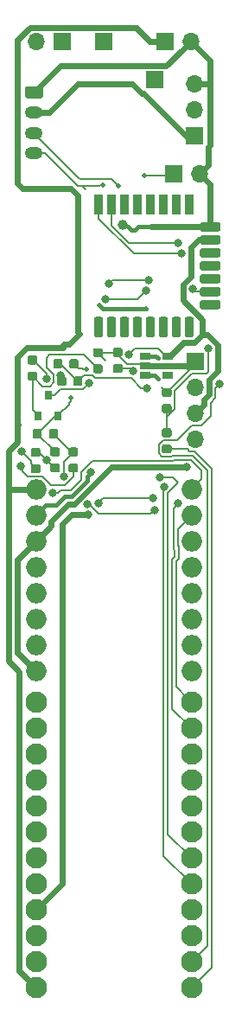
<source format=gbr>
G04 #@! TF.GenerationSoftware,KiCad,Pcbnew,5.1.2-f72e74a~84~ubuntu18.04.1*
G04 #@! TF.CreationDate,2019-08-30T12:47:12+08:00*
G04 #@! TF.ProjectId,handyfan,68616e64-7966-4616-9e2e-6b696361645f,rev?*
G04 #@! TF.SameCoordinates,Original*
G04 #@! TF.FileFunction,Copper,L1,Top*
G04 #@! TF.FilePolarity,Positive*
%FSLAX46Y46*%
G04 Gerber Fmt 4.6, Leading zero omitted, Abs format (unit mm)*
G04 Created by KiCad (PCBNEW 5.1.2-f72e74a~84~ubuntu18.04.1) date 2019-08-30 12:47:12*
%MOMM*%
%LPD*%
G04 APERTURE LIST*
%ADD10C,2.100000*%
%ADD11R,1.700000X1.700000*%
%ADD12O,1.700000X1.700000*%
%ADD13C,0.100000*%
%ADD14C,1.200000*%
%ADD15O,1.750000X1.200000*%
%ADD16O,2.000000X2.000000*%
%ADD17R,0.800000X0.900000*%
%ADD18C,0.875000*%
%ADD19R,1.060000X0.650000*%
%ADD20C,0.900000*%
%ADD21C,0.800000*%
%ADD22C,0.500000*%
%ADD23C,1.000000*%
%ADD24C,0.200000*%
%ADD25C,0.600000*%
%ADD26C,0.400000*%
G04 APERTURE END LIST*
D10*
X107620000Y-155700000D03*
X107620000Y-153160000D03*
X107620000Y-150620000D03*
X107620000Y-148080000D03*
X107620000Y-145540000D03*
X107620000Y-143000000D03*
X107620000Y-140460000D03*
X107620000Y-137920000D03*
X107620000Y-135380000D03*
X107620000Y-132840000D03*
X107620000Y-130300000D03*
X107620000Y-127760000D03*
X92380000Y-127760000D03*
X92380000Y-130300000D03*
X92380000Y-132840000D03*
X92380000Y-135380000D03*
X92380000Y-137920000D03*
X92380000Y-140460000D03*
X92380000Y-143000000D03*
X92380000Y-145540000D03*
X92380000Y-148080000D03*
X92380000Y-150620000D03*
X92380000Y-153160000D03*
X92380000Y-155700000D03*
D11*
X99000000Y-63000000D03*
X105000000Y-63000000D03*
D12*
X107540000Y-63000000D03*
D11*
X95000000Y-63000000D03*
D12*
X92460000Y-63000000D03*
X108400000Y-76000000D03*
D11*
X105860000Y-76000000D03*
X107900000Y-72300000D03*
D12*
X107900000Y-69760000D03*
X107900000Y-67220000D03*
D13*
G36*
X92849505Y-67401204D02*
G01*
X92873773Y-67404804D01*
X92897572Y-67410765D01*
X92920671Y-67419030D01*
X92942850Y-67429520D01*
X92963893Y-67442132D01*
X92983599Y-67456747D01*
X93001777Y-67473223D01*
X93018253Y-67491401D01*
X93032868Y-67511107D01*
X93045480Y-67532150D01*
X93055970Y-67554329D01*
X93064235Y-67577428D01*
X93070196Y-67601227D01*
X93073796Y-67625495D01*
X93075000Y-67649999D01*
X93075000Y-68350001D01*
X93073796Y-68374505D01*
X93070196Y-68398773D01*
X93064235Y-68422572D01*
X93055970Y-68445671D01*
X93045480Y-68467850D01*
X93032868Y-68488893D01*
X93018253Y-68508599D01*
X93001777Y-68526777D01*
X92983599Y-68543253D01*
X92963893Y-68557868D01*
X92942850Y-68570480D01*
X92920671Y-68580970D01*
X92897572Y-68589235D01*
X92873773Y-68595196D01*
X92849505Y-68598796D01*
X92825001Y-68600000D01*
X91574999Y-68600000D01*
X91550495Y-68598796D01*
X91526227Y-68595196D01*
X91502428Y-68589235D01*
X91479329Y-68580970D01*
X91457150Y-68570480D01*
X91436107Y-68557868D01*
X91416401Y-68543253D01*
X91398223Y-68526777D01*
X91381747Y-68508599D01*
X91367132Y-68488893D01*
X91354520Y-68467850D01*
X91344030Y-68445671D01*
X91335765Y-68422572D01*
X91329804Y-68398773D01*
X91326204Y-68374505D01*
X91325000Y-68350001D01*
X91325000Y-67649999D01*
X91326204Y-67625495D01*
X91329804Y-67601227D01*
X91335765Y-67577428D01*
X91344030Y-67554329D01*
X91354520Y-67532150D01*
X91367132Y-67511107D01*
X91381747Y-67491401D01*
X91398223Y-67473223D01*
X91416401Y-67456747D01*
X91436107Y-67442132D01*
X91457150Y-67429520D01*
X91479329Y-67419030D01*
X91502428Y-67410765D01*
X91526227Y-67404804D01*
X91550495Y-67401204D01*
X91574999Y-67400000D01*
X92825001Y-67400000D01*
X92849505Y-67401204D01*
X92849505Y-67401204D01*
G37*
D14*
X92200000Y-68000000D03*
D15*
X92200000Y-70000000D03*
X92200000Y-72000000D03*
X92200000Y-74000000D03*
D16*
X92380000Y-106920000D03*
X92380000Y-109460000D03*
X92380000Y-112000000D03*
X92380000Y-114540000D03*
X92380000Y-117080000D03*
X92380000Y-119620000D03*
X92380000Y-122160000D03*
X92380000Y-124700000D03*
X107620000Y-124700000D03*
X107620000Y-122160000D03*
X107620000Y-119620000D03*
X107620000Y-117080000D03*
X107620000Y-114540000D03*
X107620000Y-112000000D03*
X107620000Y-109460000D03*
X107620000Y-106920000D03*
D17*
X92625000Y-99700000D03*
X94525000Y-99700000D03*
X93575000Y-97700000D03*
D13*
G36*
X100677691Y-94613553D02*
G01*
X100698926Y-94616703D01*
X100719750Y-94621919D01*
X100739962Y-94629151D01*
X100759368Y-94638330D01*
X100777781Y-94649366D01*
X100795024Y-94662154D01*
X100810930Y-94676570D01*
X100825346Y-94692476D01*
X100838134Y-94709719D01*
X100849170Y-94728132D01*
X100858349Y-94747538D01*
X100865581Y-94767750D01*
X100870797Y-94788574D01*
X100873947Y-94809809D01*
X100875000Y-94831250D01*
X100875000Y-95268750D01*
X100873947Y-95290191D01*
X100870797Y-95311426D01*
X100865581Y-95332250D01*
X100858349Y-95352462D01*
X100849170Y-95371868D01*
X100838134Y-95390281D01*
X100825346Y-95407524D01*
X100810930Y-95423430D01*
X100795024Y-95437846D01*
X100777781Y-95450634D01*
X100759368Y-95461670D01*
X100739962Y-95470849D01*
X100719750Y-95478081D01*
X100698926Y-95483297D01*
X100677691Y-95486447D01*
X100656250Y-95487500D01*
X100143750Y-95487500D01*
X100122309Y-95486447D01*
X100101074Y-95483297D01*
X100080250Y-95478081D01*
X100060038Y-95470849D01*
X100040632Y-95461670D01*
X100022219Y-95450634D01*
X100004976Y-95437846D01*
X99989070Y-95423430D01*
X99974654Y-95407524D01*
X99961866Y-95390281D01*
X99950830Y-95371868D01*
X99941651Y-95352462D01*
X99934419Y-95332250D01*
X99929203Y-95311426D01*
X99926053Y-95290191D01*
X99925000Y-95268750D01*
X99925000Y-94831250D01*
X99926053Y-94809809D01*
X99929203Y-94788574D01*
X99934419Y-94767750D01*
X99941651Y-94747538D01*
X99950830Y-94728132D01*
X99961866Y-94709719D01*
X99974654Y-94692476D01*
X99989070Y-94676570D01*
X100004976Y-94662154D01*
X100022219Y-94649366D01*
X100040632Y-94638330D01*
X100060038Y-94629151D01*
X100080250Y-94621919D01*
X100101074Y-94616703D01*
X100122309Y-94613553D01*
X100143750Y-94612500D01*
X100656250Y-94612500D01*
X100677691Y-94613553D01*
X100677691Y-94613553D01*
G37*
D18*
X100400000Y-95050000D03*
D13*
G36*
X100677691Y-93038553D02*
G01*
X100698926Y-93041703D01*
X100719750Y-93046919D01*
X100739962Y-93054151D01*
X100759368Y-93063330D01*
X100777781Y-93074366D01*
X100795024Y-93087154D01*
X100810930Y-93101570D01*
X100825346Y-93117476D01*
X100838134Y-93134719D01*
X100849170Y-93153132D01*
X100858349Y-93172538D01*
X100865581Y-93192750D01*
X100870797Y-93213574D01*
X100873947Y-93234809D01*
X100875000Y-93256250D01*
X100875000Y-93693750D01*
X100873947Y-93715191D01*
X100870797Y-93736426D01*
X100865581Y-93757250D01*
X100858349Y-93777462D01*
X100849170Y-93796868D01*
X100838134Y-93815281D01*
X100825346Y-93832524D01*
X100810930Y-93848430D01*
X100795024Y-93862846D01*
X100777781Y-93875634D01*
X100759368Y-93886670D01*
X100739962Y-93895849D01*
X100719750Y-93903081D01*
X100698926Y-93908297D01*
X100677691Y-93911447D01*
X100656250Y-93912500D01*
X100143750Y-93912500D01*
X100122309Y-93911447D01*
X100101074Y-93908297D01*
X100080250Y-93903081D01*
X100060038Y-93895849D01*
X100040632Y-93886670D01*
X100022219Y-93875634D01*
X100004976Y-93862846D01*
X99989070Y-93848430D01*
X99974654Y-93832524D01*
X99961866Y-93815281D01*
X99950830Y-93796868D01*
X99941651Y-93777462D01*
X99934419Y-93757250D01*
X99929203Y-93736426D01*
X99926053Y-93715191D01*
X99925000Y-93693750D01*
X99925000Y-93256250D01*
X99926053Y-93234809D01*
X99929203Y-93213574D01*
X99934419Y-93192750D01*
X99941651Y-93172538D01*
X99950830Y-93153132D01*
X99961866Y-93134719D01*
X99974654Y-93117476D01*
X99989070Y-93101570D01*
X100004976Y-93087154D01*
X100022219Y-93074366D01*
X100040632Y-93063330D01*
X100060038Y-93054151D01*
X100080250Y-93046919D01*
X100101074Y-93041703D01*
X100122309Y-93038553D01*
X100143750Y-93037500D01*
X100656250Y-93037500D01*
X100677691Y-93038553D01*
X100677691Y-93038553D01*
G37*
D18*
X100400000Y-93475000D03*
D12*
X108000000Y-102020000D03*
X108000000Y-99480000D03*
X108000000Y-96940000D03*
D11*
X108000000Y-94400000D03*
X104000000Y-66800000D03*
D13*
G36*
X105477691Y-102488553D02*
G01*
X105498926Y-102491703D01*
X105519750Y-102496919D01*
X105539962Y-102504151D01*
X105559368Y-102513330D01*
X105577781Y-102524366D01*
X105595024Y-102537154D01*
X105610930Y-102551570D01*
X105625346Y-102567476D01*
X105638134Y-102584719D01*
X105649170Y-102603132D01*
X105658349Y-102622538D01*
X105665581Y-102642750D01*
X105670797Y-102663574D01*
X105673947Y-102684809D01*
X105675000Y-102706250D01*
X105675000Y-103143750D01*
X105673947Y-103165191D01*
X105670797Y-103186426D01*
X105665581Y-103207250D01*
X105658349Y-103227462D01*
X105649170Y-103246868D01*
X105638134Y-103265281D01*
X105625346Y-103282524D01*
X105610930Y-103298430D01*
X105595024Y-103312846D01*
X105577781Y-103325634D01*
X105559368Y-103336670D01*
X105539962Y-103345849D01*
X105519750Y-103353081D01*
X105498926Y-103358297D01*
X105477691Y-103361447D01*
X105456250Y-103362500D01*
X104943750Y-103362500D01*
X104922309Y-103361447D01*
X104901074Y-103358297D01*
X104880250Y-103353081D01*
X104860038Y-103345849D01*
X104840632Y-103336670D01*
X104822219Y-103325634D01*
X104804976Y-103312846D01*
X104789070Y-103298430D01*
X104774654Y-103282524D01*
X104761866Y-103265281D01*
X104750830Y-103246868D01*
X104741651Y-103227462D01*
X104734419Y-103207250D01*
X104729203Y-103186426D01*
X104726053Y-103165191D01*
X104725000Y-103143750D01*
X104725000Y-102706250D01*
X104726053Y-102684809D01*
X104729203Y-102663574D01*
X104734419Y-102642750D01*
X104741651Y-102622538D01*
X104750830Y-102603132D01*
X104761866Y-102584719D01*
X104774654Y-102567476D01*
X104789070Y-102551570D01*
X104804976Y-102537154D01*
X104822219Y-102524366D01*
X104840632Y-102513330D01*
X104860038Y-102504151D01*
X104880250Y-102496919D01*
X104901074Y-102491703D01*
X104922309Y-102488553D01*
X104943750Y-102487500D01*
X105456250Y-102487500D01*
X105477691Y-102488553D01*
X105477691Y-102488553D01*
G37*
D18*
X105200000Y-102925000D03*
D13*
G36*
X105477691Y-100913553D02*
G01*
X105498926Y-100916703D01*
X105519750Y-100921919D01*
X105539962Y-100929151D01*
X105559368Y-100938330D01*
X105577781Y-100949366D01*
X105595024Y-100962154D01*
X105610930Y-100976570D01*
X105625346Y-100992476D01*
X105638134Y-101009719D01*
X105649170Y-101028132D01*
X105658349Y-101047538D01*
X105665581Y-101067750D01*
X105670797Y-101088574D01*
X105673947Y-101109809D01*
X105675000Y-101131250D01*
X105675000Y-101568750D01*
X105673947Y-101590191D01*
X105670797Y-101611426D01*
X105665581Y-101632250D01*
X105658349Y-101652462D01*
X105649170Y-101671868D01*
X105638134Y-101690281D01*
X105625346Y-101707524D01*
X105610930Y-101723430D01*
X105595024Y-101737846D01*
X105577781Y-101750634D01*
X105559368Y-101761670D01*
X105539962Y-101770849D01*
X105519750Y-101778081D01*
X105498926Y-101783297D01*
X105477691Y-101786447D01*
X105456250Y-101787500D01*
X104943750Y-101787500D01*
X104922309Y-101786447D01*
X104901074Y-101783297D01*
X104880250Y-101778081D01*
X104860038Y-101770849D01*
X104840632Y-101761670D01*
X104822219Y-101750634D01*
X104804976Y-101737846D01*
X104789070Y-101723430D01*
X104774654Y-101707524D01*
X104761866Y-101690281D01*
X104750830Y-101671868D01*
X104741651Y-101652462D01*
X104734419Y-101632250D01*
X104729203Y-101611426D01*
X104726053Y-101590191D01*
X104725000Y-101568750D01*
X104725000Y-101131250D01*
X104726053Y-101109809D01*
X104729203Y-101088574D01*
X104734419Y-101067750D01*
X104741651Y-101047538D01*
X104750830Y-101028132D01*
X104761866Y-101009719D01*
X104774654Y-100992476D01*
X104789070Y-100976570D01*
X104804976Y-100962154D01*
X104822219Y-100949366D01*
X104840632Y-100938330D01*
X104860038Y-100929151D01*
X104880250Y-100921919D01*
X104901074Y-100916703D01*
X104922309Y-100913553D01*
X104943750Y-100912500D01*
X105456250Y-100912500D01*
X105477691Y-100913553D01*
X105477691Y-100913553D01*
G37*
D18*
X105200000Y-101350000D03*
D13*
G36*
X105477691Y-96963553D02*
G01*
X105498926Y-96966703D01*
X105519750Y-96971919D01*
X105539962Y-96979151D01*
X105559368Y-96988330D01*
X105577781Y-96999366D01*
X105595024Y-97012154D01*
X105610930Y-97026570D01*
X105625346Y-97042476D01*
X105638134Y-97059719D01*
X105649170Y-97078132D01*
X105658349Y-97097538D01*
X105665581Y-97117750D01*
X105670797Y-97138574D01*
X105673947Y-97159809D01*
X105675000Y-97181250D01*
X105675000Y-97618750D01*
X105673947Y-97640191D01*
X105670797Y-97661426D01*
X105665581Y-97682250D01*
X105658349Y-97702462D01*
X105649170Y-97721868D01*
X105638134Y-97740281D01*
X105625346Y-97757524D01*
X105610930Y-97773430D01*
X105595024Y-97787846D01*
X105577781Y-97800634D01*
X105559368Y-97811670D01*
X105539962Y-97820849D01*
X105519750Y-97828081D01*
X105498926Y-97833297D01*
X105477691Y-97836447D01*
X105456250Y-97837500D01*
X104943750Y-97837500D01*
X104922309Y-97836447D01*
X104901074Y-97833297D01*
X104880250Y-97828081D01*
X104860038Y-97820849D01*
X104840632Y-97811670D01*
X104822219Y-97800634D01*
X104804976Y-97787846D01*
X104789070Y-97773430D01*
X104774654Y-97757524D01*
X104761866Y-97740281D01*
X104750830Y-97721868D01*
X104741651Y-97702462D01*
X104734419Y-97682250D01*
X104729203Y-97661426D01*
X104726053Y-97640191D01*
X104725000Y-97618750D01*
X104725000Y-97181250D01*
X104726053Y-97159809D01*
X104729203Y-97138574D01*
X104734419Y-97117750D01*
X104741651Y-97097538D01*
X104750830Y-97078132D01*
X104761866Y-97059719D01*
X104774654Y-97042476D01*
X104789070Y-97026570D01*
X104804976Y-97012154D01*
X104822219Y-96999366D01*
X104840632Y-96988330D01*
X104860038Y-96979151D01*
X104880250Y-96971919D01*
X104901074Y-96966703D01*
X104922309Y-96963553D01*
X104943750Y-96962500D01*
X105456250Y-96962500D01*
X105477691Y-96963553D01*
X105477691Y-96963553D01*
G37*
D18*
X105200000Y-97400000D03*
D13*
G36*
X105477691Y-98538553D02*
G01*
X105498926Y-98541703D01*
X105519750Y-98546919D01*
X105539962Y-98554151D01*
X105559368Y-98563330D01*
X105577781Y-98574366D01*
X105595024Y-98587154D01*
X105610930Y-98601570D01*
X105625346Y-98617476D01*
X105638134Y-98634719D01*
X105649170Y-98653132D01*
X105658349Y-98672538D01*
X105665581Y-98692750D01*
X105670797Y-98713574D01*
X105673947Y-98734809D01*
X105675000Y-98756250D01*
X105675000Y-99193750D01*
X105673947Y-99215191D01*
X105670797Y-99236426D01*
X105665581Y-99257250D01*
X105658349Y-99277462D01*
X105649170Y-99296868D01*
X105638134Y-99315281D01*
X105625346Y-99332524D01*
X105610930Y-99348430D01*
X105595024Y-99362846D01*
X105577781Y-99375634D01*
X105559368Y-99386670D01*
X105539962Y-99395849D01*
X105519750Y-99403081D01*
X105498926Y-99408297D01*
X105477691Y-99411447D01*
X105456250Y-99412500D01*
X104943750Y-99412500D01*
X104922309Y-99411447D01*
X104901074Y-99408297D01*
X104880250Y-99403081D01*
X104860038Y-99395849D01*
X104840632Y-99386670D01*
X104822219Y-99375634D01*
X104804976Y-99362846D01*
X104789070Y-99348430D01*
X104774654Y-99332524D01*
X104761866Y-99315281D01*
X104750830Y-99296868D01*
X104741651Y-99277462D01*
X104734419Y-99257250D01*
X104729203Y-99236426D01*
X104726053Y-99215191D01*
X104725000Y-99193750D01*
X104725000Y-98756250D01*
X104726053Y-98734809D01*
X104729203Y-98713574D01*
X104734419Y-98692750D01*
X104741651Y-98672538D01*
X104750830Y-98653132D01*
X104761866Y-98634719D01*
X104774654Y-98617476D01*
X104789070Y-98601570D01*
X104804976Y-98587154D01*
X104822219Y-98574366D01*
X104840632Y-98563330D01*
X104860038Y-98554151D01*
X104880250Y-98546919D01*
X104901074Y-98541703D01*
X104922309Y-98538553D01*
X104943750Y-98537500D01*
X105456250Y-98537500D01*
X105477691Y-98538553D01*
X105477691Y-98538553D01*
G37*
D18*
X105200000Y-98975000D03*
D19*
X103100000Y-93850000D03*
X103100000Y-94800000D03*
X103100000Y-95750000D03*
X105300000Y-95750000D03*
X105300000Y-93850000D03*
D13*
G36*
X98767054Y-90001083D02*
G01*
X98788895Y-90004323D01*
X98810314Y-90009688D01*
X98831104Y-90017127D01*
X98851064Y-90026568D01*
X98870003Y-90037919D01*
X98887738Y-90051073D01*
X98904099Y-90065901D01*
X98918927Y-90082262D01*
X98932081Y-90099997D01*
X98943432Y-90118936D01*
X98952873Y-90138896D01*
X98960312Y-90159686D01*
X98965677Y-90181105D01*
X98968917Y-90202946D01*
X98970000Y-90225000D01*
X98970000Y-91775000D01*
X98968917Y-91797054D01*
X98965677Y-91818895D01*
X98960312Y-91840314D01*
X98952873Y-91861104D01*
X98943432Y-91881064D01*
X98932081Y-91900003D01*
X98918927Y-91917738D01*
X98904099Y-91934099D01*
X98887738Y-91948927D01*
X98870003Y-91962081D01*
X98851064Y-91973432D01*
X98831104Y-91982873D01*
X98810314Y-91990312D01*
X98788895Y-91995677D01*
X98767054Y-91998917D01*
X98745000Y-92000000D01*
X98295000Y-92000000D01*
X98272946Y-91998917D01*
X98251105Y-91995677D01*
X98229686Y-91990312D01*
X98208896Y-91982873D01*
X98188936Y-91973432D01*
X98169997Y-91962081D01*
X98152262Y-91948927D01*
X98135901Y-91934099D01*
X98121073Y-91917738D01*
X98107919Y-91900003D01*
X98096568Y-91881064D01*
X98087127Y-91861104D01*
X98079688Y-91840314D01*
X98074323Y-91818895D01*
X98071083Y-91797054D01*
X98070000Y-91775000D01*
X98070000Y-90225000D01*
X98071083Y-90202946D01*
X98074323Y-90181105D01*
X98079688Y-90159686D01*
X98087127Y-90138896D01*
X98096568Y-90118936D01*
X98107919Y-90099997D01*
X98121073Y-90082262D01*
X98135901Y-90065901D01*
X98152262Y-90051073D01*
X98169997Y-90037919D01*
X98188936Y-90026568D01*
X98208896Y-90017127D01*
X98229686Y-90009688D01*
X98251105Y-90004323D01*
X98272946Y-90001083D01*
X98295000Y-90000000D01*
X98745000Y-90000000D01*
X98767054Y-90001083D01*
X98767054Y-90001083D01*
G37*
D20*
X98520000Y-91000000D03*
D13*
G36*
X100037054Y-90001083D02*
G01*
X100058895Y-90004323D01*
X100080314Y-90009688D01*
X100101104Y-90017127D01*
X100121064Y-90026568D01*
X100140003Y-90037919D01*
X100157738Y-90051073D01*
X100174099Y-90065901D01*
X100188927Y-90082262D01*
X100202081Y-90099997D01*
X100213432Y-90118936D01*
X100222873Y-90138896D01*
X100230312Y-90159686D01*
X100235677Y-90181105D01*
X100238917Y-90202946D01*
X100240000Y-90225000D01*
X100240000Y-91775000D01*
X100238917Y-91797054D01*
X100235677Y-91818895D01*
X100230312Y-91840314D01*
X100222873Y-91861104D01*
X100213432Y-91881064D01*
X100202081Y-91900003D01*
X100188927Y-91917738D01*
X100174099Y-91934099D01*
X100157738Y-91948927D01*
X100140003Y-91962081D01*
X100121064Y-91973432D01*
X100101104Y-91982873D01*
X100080314Y-91990312D01*
X100058895Y-91995677D01*
X100037054Y-91998917D01*
X100015000Y-92000000D01*
X99565000Y-92000000D01*
X99542946Y-91998917D01*
X99521105Y-91995677D01*
X99499686Y-91990312D01*
X99478896Y-91982873D01*
X99458936Y-91973432D01*
X99439997Y-91962081D01*
X99422262Y-91948927D01*
X99405901Y-91934099D01*
X99391073Y-91917738D01*
X99377919Y-91900003D01*
X99366568Y-91881064D01*
X99357127Y-91861104D01*
X99349688Y-91840314D01*
X99344323Y-91818895D01*
X99341083Y-91797054D01*
X99340000Y-91775000D01*
X99340000Y-90225000D01*
X99341083Y-90202946D01*
X99344323Y-90181105D01*
X99349688Y-90159686D01*
X99357127Y-90138896D01*
X99366568Y-90118936D01*
X99377919Y-90099997D01*
X99391073Y-90082262D01*
X99405901Y-90065901D01*
X99422262Y-90051073D01*
X99439997Y-90037919D01*
X99458936Y-90026568D01*
X99478896Y-90017127D01*
X99499686Y-90009688D01*
X99521105Y-90004323D01*
X99542946Y-90001083D01*
X99565000Y-90000000D01*
X100015000Y-90000000D01*
X100037054Y-90001083D01*
X100037054Y-90001083D01*
G37*
D20*
X99790000Y-91000000D03*
D13*
G36*
X101307054Y-90001083D02*
G01*
X101328895Y-90004323D01*
X101350314Y-90009688D01*
X101371104Y-90017127D01*
X101391064Y-90026568D01*
X101410003Y-90037919D01*
X101427738Y-90051073D01*
X101444099Y-90065901D01*
X101458927Y-90082262D01*
X101472081Y-90099997D01*
X101483432Y-90118936D01*
X101492873Y-90138896D01*
X101500312Y-90159686D01*
X101505677Y-90181105D01*
X101508917Y-90202946D01*
X101510000Y-90225000D01*
X101510000Y-91775000D01*
X101508917Y-91797054D01*
X101505677Y-91818895D01*
X101500312Y-91840314D01*
X101492873Y-91861104D01*
X101483432Y-91881064D01*
X101472081Y-91900003D01*
X101458927Y-91917738D01*
X101444099Y-91934099D01*
X101427738Y-91948927D01*
X101410003Y-91962081D01*
X101391064Y-91973432D01*
X101371104Y-91982873D01*
X101350314Y-91990312D01*
X101328895Y-91995677D01*
X101307054Y-91998917D01*
X101285000Y-92000000D01*
X100835000Y-92000000D01*
X100812946Y-91998917D01*
X100791105Y-91995677D01*
X100769686Y-91990312D01*
X100748896Y-91982873D01*
X100728936Y-91973432D01*
X100709997Y-91962081D01*
X100692262Y-91948927D01*
X100675901Y-91934099D01*
X100661073Y-91917738D01*
X100647919Y-91900003D01*
X100636568Y-91881064D01*
X100627127Y-91861104D01*
X100619688Y-91840314D01*
X100614323Y-91818895D01*
X100611083Y-91797054D01*
X100610000Y-91775000D01*
X100610000Y-90225000D01*
X100611083Y-90202946D01*
X100614323Y-90181105D01*
X100619688Y-90159686D01*
X100627127Y-90138896D01*
X100636568Y-90118936D01*
X100647919Y-90099997D01*
X100661073Y-90082262D01*
X100675901Y-90065901D01*
X100692262Y-90051073D01*
X100709997Y-90037919D01*
X100728936Y-90026568D01*
X100748896Y-90017127D01*
X100769686Y-90009688D01*
X100791105Y-90004323D01*
X100812946Y-90001083D01*
X100835000Y-90000000D01*
X101285000Y-90000000D01*
X101307054Y-90001083D01*
X101307054Y-90001083D01*
G37*
D20*
X101060000Y-91000000D03*
D13*
G36*
X102577054Y-90001083D02*
G01*
X102598895Y-90004323D01*
X102620314Y-90009688D01*
X102641104Y-90017127D01*
X102661064Y-90026568D01*
X102680003Y-90037919D01*
X102697738Y-90051073D01*
X102714099Y-90065901D01*
X102728927Y-90082262D01*
X102742081Y-90099997D01*
X102753432Y-90118936D01*
X102762873Y-90138896D01*
X102770312Y-90159686D01*
X102775677Y-90181105D01*
X102778917Y-90202946D01*
X102780000Y-90225000D01*
X102780000Y-91775000D01*
X102778917Y-91797054D01*
X102775677Y-91818895D01*
X102770312Y-91840314D01*
X102762873Y-91861104D01*
X102753432Y-91881064D01*
X102742081Y-91900003D01*
X102728927Y-91917738D01*
X102714099Y-91934099D01*
X102697738Y-91948927D01*
X102680003Y-91962081D01*
X102661064Y-91973432D01*
X102641104Y-91982873D01*
X102620314Y-91990312D01*
X102598895Y-91995677D01*
X102577054Y-91998917D01*
X102555000Y-92000000D01*
X102105000Y-92000000D01*
X102082946Y-91998917D01*
X102061105Y-91995677D01*
X102039686Y-91990312D01*
X102018896Y-91982873D01*
X101998936Y-91973432D01*
X101979997Y-91962081D01*
X101962262Y-91948927D01*
X101945901Y-91934099D01*
X101931073Y-91917738D01*
X101917919Y-91900003D01*
X101906568Y-91881064D01*
X101897127Y-91861104D01*
X101889688Y-91840314D01*
X101884323Y-91818895D01*
X101881083Y-91797054D01*
X101880000Y-91775000D01*
X101880000Y-90225000D01*
X101881083Y-90202946D01*
X101884323Y-90181105D01*
X101889688Y-90159686D01*
X101897127Y-90138896D01*
X101906568Y-90118936D01*
X101917919Y-90099997D01*
X101931073Y-90082262D01*
X101945901Y-90065901D01*
X101962262Y-90051073D01*
X101979997Y-90037919D01*
X101998936Y-90026568D01*
X102018896Y-90017127D01*
X102039686Y-90009688D01*
X102061105Y-90004323D01*
X102082946Y-90001083D01*
X102105000Y-90000000D01*
X102555000Y-90000000D01*
X102577054Y-90001083D01*
X102577054Y-90001083D01*
G37*
D20*
X102330000Y-91000000D03*
D13*
G36*
X103847054Y-90001083D02*
G01*
X103868895Y-90004323D01*
X103890314Y-90009688D01*
X103911104Y-90017127D01*
X103931064Y-90026568D01*
X103950003Y-90037919D01*
X103967738Y-90051073D01*
X103984099Y-90065901D01*
X103998927Y-90082262D01*
X104012081Y-90099997D01*
X104023432Y-90118936D01*
X104032873Y-90138896D01*
X104040312Y-90159686D01*
X104045677Y-90181105D01*
X104048917Y-90202946D01*
X104050000Y-90225000D01*
X104050000Y-91775000D01*
X104048917Y-91797054D01*
X104045677Y-91818895D01*
X104040312Y-91840314D01*
X104032873Y-91861104D01*
X104023432Y-91881064D01*
X104012081Y-91900003D01*
X103998927Y-91917738D01*
X103984099Y-91934099D01*
X103967738Y-91948927D01*
X103950003Y-91962081D01*
X103931064Y-91973432D01*
X103911104Y-91982873D01*
X103890314Y-91990312D01*
X103868895Y-91995677D01*
X103847054Y-91998917D01*
X103825000Y-92000000D01*
X103375000Y-92000000D01*
X103352946Y-91998917D01*
X103331105Y-91995677D01*
X103309686Y-91990312D01*
X103288896Y-91982873D01*
X103268936Y-91973432D01*
X103249997Y-91962081D01*
X103232262Y-91948927D01*
X103215901Y-91934099D01*
X103201073Y-91917738D01*
X103187919Y-91900003D01*
X103176568Y-91881064D01*
X103167127Y-91861104D01*
X103159688Y-91840314D01*
X103154323Y-91818895D01*
X103151083Y-91797054D01*
X103150000Y-91775000D01*
X103150000Y-90225000D01*
X103151083Y-90202946D01*
X103154323Y-90181105D01*
X103159688Y-90159686D01*
X103167127Y-90138896D01*
X103176568Y-90118936D01*
X103187919Y-90099997D01*
X103201073Y-90082262D01*
X103215901Y-90065901D01*
X103232262Y-90051073D01*
X103249997Y-90037919D01*
X103268936Y-90026568D01*
X103288896Y-90017127D01*
X103309686Y-90009688D01*
X103331105Y-90004323D01*
X103352946Y-90001083D01*
X103375000Y-90000000D01*
X103825000Y-90000000D01*
X103847054Y-90001083D01*
X103847054Y-90001083D01*
G37*
D20*
X103600000Y-91000000D03*
D13*
G36*
X105117054Y-90001083D02*
G01*
X105138895Y-90004323D01*
X105160314Y-90009688D01*
X105181104Y-90017127D01*
X105201064Y-90026568D01*
X105220003Y-90037919D01*
X105237738Y-90051073D01*
X105254099Y-90065901D01*
X105268927Y-90082262D01*
X105282081Y-90099997D01*
X105293432Y-90118936D01*
X105302873Y-90138896D01*
X105310312Y-90159686D01*
X105315677Y-90181105D01*
X105318917Y-90202946D01*
X105320000Y-90225000D01*
X105320000Y-91775000D01*
X105318917Y-91797054D01*
X105315677Y-91818895D01*
X105310312Y-91840314D01*
X105302873Y-91861104D01*
X105293432Y-91881064D01*
X105282081Y-91900003D01*
X105268927Y-91917738D01*
X105254099Y-91934099D01*
X105237738Y-91948927D01*
X105220003Y-91962081D01*
X105201064Y-91973432D01*
X105181104Y-91982873D01*
X105160314Y-91990312D01*
X105138895Y-91995677D01*
X105117054Y-91998917D01*
X105095000Y-92000000D01*
X104645000Y-92000000D01*
X104622946Y-91998917D01*
X104601105Y-91995677D01*
X104579686Y-91990312D01*
X104558896Y-91982873D01*
X104538936Y-91973432D01*
X104519997Y-91962081D01*
X104502262Y-91948927D01*
X104485901Y-91934099D01*
X104471073Y-91917738D01*
X104457919Y-91900003D01*
X104446568Y-91881064D01*
X104437127Y-91861104D01*
X104429688Y-91840314D01*
X104424323Y-91818895D01*
X104421083Y-91797054D01*
X104420000Y-91775000D01*
X104420000Y-90225000D01*
X104421083Y-90202946D01*
X104424323Y-90181105D01*
X104429688Y-90159686D01*
X104437127Y-90138896D01*
X104446568Y-90118936D01*
X104457919Y-90099997D01*
X104471073Y-90082262D01*
X104485901Y-90065901D01*
X104502262Y-90051073D01*
X104519997Y-90037919D01*
X104538936Y-90026568D01*
X104558896Y-90017127D01*
X104579686Y-90009688D01*
X104601105Y-90004323D01*
X104622946Y-90001083D01*
X104645000Y-90000000D01*
X105095000Y-90000000D01*
X105117054Y-90001083D01*
X105117054Y-90001083D01*
G37*
D20*
X104870000Y-91000000D03*
D13*
G36*
X106387054Y-90001083D02*
G01*
X106408895Y-90004323D01*
X106430314Y-90009688D01*
X106451104Y-90017127D01*
X106471064Y-90026568D01*
X106490003Y-90037919D01*
X106507738Y-90051073D01*
X106524099Y-90065901D01*
X106538927Y-90082262D01*
X106552081Y-90099997D01*
X106563432Y-90118936D01*
X106572873Y-90138896D01*
X106580312Y-90159686D01*
X106585677Y-90181105D01*
X106588917Y-90202946D01*
X106590000Y-90225000D01*
X106590000Y-91775000D01*
X106588917Y-91797054D01*
X106585677Y-91818895D01*
X106580312Y-91840314D01*
X106572873Y-91861104D01*
X106563432Y-91881064D01*
X106552081Y-91900003D01*
X106538927Y-91917738D01*
X106524099Y-91934099D01*
X106507738Y-91948927D01*
X106490003Y-91962081D01*
X106471064Y-91973432D01*
X106451104Y-91982873D01*
X106430314Y-91990312D01*
X106408895Y-91995677D01*
X106387054Y-91998917D01*
X106365000Y-92000000D01*
X105915000Y-92000000D01*
X105892946Y-91998917D01*
X105871105Y-91995677D01*
X105849686Y-91990312D01*
X105828896Y-91982873D01*
X105808936Y-91973432D01*
X105789997Y-91962081D01*
X105772262Y-91948927D01*
X105755901Y-91934099D01*
X105741073Y-91917738D01*
X105727919Y-91900003D01*
X105716568Y-91881064D01*
X105707127Y-91861104D01*
X105699688Y-91840314D01*
X105694323Y-91818895D01*
X105691083Y-91797054D01*
X105690000Y-91775000D01*
X105690000Y-90225000D01*
X105691083Y-90202946D01*
X105694323Y-90181105D01*
X105699688Y-90159686D01*
X105707127Y-90138896D01*
X105716568Y-90118936D01*
X105727919Y-90099997D01*
X105741073Y-90082262D01*
X105755901Y-90065901D01*
X105772262Y-90051073D01*
X105789997Y-90037919D01*
X105808936Y-90026568D01*
X105828896Y-90017127D01*
X105849686Y-90009688D01*
X105871105Y-90004323D01*
X105892946Y-90001083D01*
X105915000Y-90000000D01*
X106365000Y-90000000D01*
X106387054Y-90001083D01*
X106387054Y-90001083D01*
G37*
D20*
X106140000Y-91000000D03*
D13*
G36*
X101307054Y-78001083D02*
G01*
X101328895Y-78004323D01*
X101350314Y-78009688D01*
X101371104Y-78017127D01*
X101391064Y-78026568D01*
X101410003Y-78037919D01*
X101427738Y-78051073D01*
X101444099Y-78065901D01*
X101458927Y-78082262D01*
X101472081Y-78099997D01*
X101483432Y-78118936D01*
X101492873Y-78138896D01*
X101500312Y-78159686D01*
X101505677Y-78181105D01*
X101508917Y-78202946D01*
X101510000Y-78225000D01*
X101510000Y-79775000D01*
X101508917Y-79797054D01*
X101505677Y-79818895D01*
X101500312Y-79840314D01*
X101492873Y-79861104D01*
X101483432Y-79881064D01*
X101472081Y-79900003D01*
X101458927Y-79917738D01*
X101444099Y-79934099D01*
X101427738Y-79948927D01*
X101410003Y-79962081D01*
X101391064Y-79973432D01*
X101371104Y-79982873D01*
X101350314Y-79990312D01*
X101328895Y-79995677D01*
X101307054Y-79998917D01*
X101285000Y-80000000D01*
X100835000Y-80000000D01*
X100812946Y-79998917D01*
X100791105Y-79995677D01*
X100769686Y-79990312D01*
X100748896Y-79982873D01*
X100728936Y-79973432D01*
X100709997Y-79962081D01*
X100692262Y-79948927D01*
X100675901Y-79934099D01*
X100661073Y-79917738D01*
X100647919Y-79900003D01*
X100636568Y-79881064D01*
X100627127Y-79861104D01*
X100619688Y-79840314D01*
X100614323Y-79818895D01*
X100611083Y-79797054D01*
X100610000Y-79775000D01*
X100610000Y-78225000D01*
X100611083Y-78202946D01*
X100614323Y-78181105D01*
X100619688Y-78159686D01*
X100627127Y-78138896D01*
X100636568Y-78118936D01*
X100647919Y-78099997D01*
X100661073Y-78082262D01*
X100675901Y-78065901D01*
X100692262Y-78051073D01*
X100709997Y-78037919D01*
X100728936Y-78026568D01*
X100748896Y-78017127D01*
X100769686Y-78009688D01*
X100791105Y-78004323D01*
X100812946Y-78001083D01*
X100835000Y-78000000D01*
X101285000Y-78000000D01*
X101307054Y-78001083D01*
X101307054Y-78001083D01*
G37*
D20*
X101060000Y-79000000D03*
D13*
G36*
X103847054Y-78001083D02*
G01*
X103868895Y-78004323D01*
X103890314Y-78009688D01*
X103911104Y-78017127D01*
X103931064Y-78026568D01*
X103950003Y-78037919D01*
X103967738Y-78051073D01*
X103984099Y-78065901D01*
X103998927Y-78082262D01*
X104012081Y-78099997D01*
X104023432Y-78118936D01*
X104032873Y-78138896D01*
X104040312Y-78159686D01*
X104045677Y-78181105D01*
X104048917Y-78202946D01*
X104050000Y-78225000D01*
X104050000Y-79775000D01*
X104048917Y-79797054D01*
X104045677Y-79818895D01*
X104040312Y-79840314D01*
X104032873Y-79861104D01*
X104023432Y-79881064D01*
X104012081Y-79900003D01*
X103998927Y-79917738D01*
X103984099Y-79934099D01*
X103967738Y-79948927D01*
X103950003Y-79962081D01*
X103931064Y-79973432D01*
X103911104Y-79982873D01*
X103890314Y-79990312D01*
X103868895Y-79995677D01*
X103847054Y-79998917D01*
X103825000Y-80000000D01*
X103375000Y-80000000D01*
X103352946Y-79998917D01*
X103331105Y-79995677D01*
X103309686Y-79990312D01*
X103288896Y-79982873D01*
X103268936Y-79973432D01*
X103249997Y-79962081D01*
X103232262Y-79948927D01*
X103215901Y-79934099D01*
X103201073Y-79917738D01*
X103187919Y-79900003D01*
X103176568Y-79881064D01*
X103167127Y-79861104D01*
X103159688Y-79840314D01*
X103154323Y-79818895D01*
X103151083Y-79797054D01*
X103150000Y-79775000D01*
X103150000Y-78225000D01*
X103151083Y-78202946D01*
X103154323Y-78181105D01*
X103159688Y-78159686D01*
X103167127Y-78138896D01*
X103176568Y-78118936D01*
X103187919Y-78099997D01*
X103201073Y-78082262D01*
X103215901Y-78065901D01*
X103232262Y-78051073D01*
X103249997Y-78037919D01*
X103268936Y-78026568D01*
X103288896Y-78017127D01*
X103309686Y-78009688D01*
X103331105Y-78004323D01*
X103352946Y-78001083D01*
X103375000Y-78000000D01*
X103825000Y-78000000D01*
X103847054Y-78001083D01*
X103847054Y-78001083D01*
G37*
D20*
X103600000Y-79000000D03*
D13*
G36*
X106387054Y-78001083D02*
G01*
X106408895Y-78004323D01*
X106430314Y-78009688D01*
X106451104Y-78017127D01*
X106471064Y-78026568D01*
X106490003Y-78037919D01*
X106507738Y-78051073D01*
X106524099Y-78065901D01*
X106538927Y-78082262D01*
X106552081Y-78099997D01*
X106563432Y-78118936D01*
X106572873Y-78138896D01*
X106580312Y-78159686D01*
X106585677Y-78181105D01*
X106588917Y-78202946D01*
X106590000Y-78225000D01*
X106590000Y-79775000D01*
X106588917Y-79797054D01*
X106585677Y-79818895D01*
X106580312Y-79840314D01*
X106572873Y-79861104D01*
X106563432Y-79881064D01*
X106552081Y-79900003D01*
X106538927Y-79917738D01*
X106524099Y-79934099D01*
X106507738Y-79948927D01*
X106490003Y-79962081D01*
X106471064Y-79973432D01*
X106451104Y-79982873D01*
X106430314Y-79990312D01*
X106408895Y-79995677D01*
X106387054Y-79998917D01*
X106365000Y-80000000D01*
X105915000Y-80000000D01*
X105892946Y-79998917D01*
X105871105Y-79995677D01*
X105849686Y-79990312D01*
X105828896Y-79982873D01*
X105808936Y-79973432D01*
X105789997Y-79962081D01*
X105772262Y-79948927D01*
X105755901Y-79934099D01*
X105741073Y-79917738D01*
X105727919Y-79900003D01*
X105716568Y-79881064D01*
X105707127Y-79861104D01*
X105699688Y-79840314D01*
X105694323Y-79818895D01*
X105691083Y-79797054D01*
X105690000Y-79775000D01*
X105690000Y-78225000D01*
X105691083Y-78202946D01*
X105694323Y-78181105D01*
X105699688Y-78159686D01*
X105707127Y-78138896D01*
X105716568Y-78118936D01*
X105727919Y-78099997D01*
X105741073Y-78082262D01*
X105755901Y-78065901D01*
X105772262Y-78051073D01*
X105789997Y-78037919D01*
X105808936Y-78026568D01*
X105828896Y-78017127D01*
X105849686Y-78009688D01*
X105871105Y-78004323D01*
X105892946Y-78001083D01*
X105915000Y-78000000D01*
X106365000Y-78000000D01*
X106387054Y-78001083D01*
X106387054Y-78001083D01*
G37*
D20*
X106140000Y-79000000D03*
D13*
G36*
X105117054Y-78001083D02*
G01*
X105138895Y-78004323D01*
X105160314Y-78009688D01*
X105181104Y-78017127D01*
X105201064Y-78026568D01*
X105220003Y-78037919D01*
X105237738Y-78051073D01*
X105254099Y-78065901D01*
X105268927Y-78082262D01*
X105282081Y-78099997D01*
X105293432Y-78118936D01*
X105302873Y-78138896D01*
X105310312Y-78159686D01*
X105315677Y-78181105D01*
X105318917Y-78202946D01*
X105320000Y-78225000D01*
X105320000Y-79775000D01*
X105318917Y-79797054D01*
X105315677Y-79818895D01*
X105310312Y-79840314D01*
X105302873Y-79861104D01*
X105293432Y-79881064D01*
X105282081Y-79900003D01*
X105268927Y-79917738D01*
X105254099Y-79934099D01*
X105237738Y-79948927D01*
X105220003Y-79962081D01*
X105201064Y-79973432D01*
X105181104Y-79982873D01*
X105160314Y-79990312D01*
X105138895Y-79995677D01*
X105117054Y-79998917D01*
X105095000Y-80000000D01*
X104645000Y-80000000D01*
X104622946Y-79998917D01*
X104601105Y-79995677D01*
X104579686Y-79990312D01*
X104558896Y-79982873D01*
X104538936Y-79973432D01*
X104519997Y-79962081D01*
X104502262Y-79948927D01*
X104485901Y-79934099D01*
X104471073Y-79917738D01*
X104457919Y-79900003D01*
X104446568Y-79881064D01*
X104437127Y-79861104D01*
X104429688Y-79840314D01*
X104424323Y-79818895D01*
X104421083Y-79797054D01*
X104420000Y-79775000D01*
X104420000Y-78225000D01*
X104421083Y-78202946D01*
X104424323Y-78181105D01*
X104429688Y-78159686D01*
X104437127Y-78138896D01*
X104446568Y-78118936D01*
X104457919Y-78099997D01*
X104471073Y-78082262D01*
X104485901Y-78065901D01*
X104502262Y-78051073D01*
X104519997Y-78037919D01*
X104538936Y-78026568D01*
X104558896Y-78017127D01*
X104579686Y-78009688D01*
X104601105Y-78004323D01*
X104622946Y-78001083D01*
X104645000Y-78000000D01*
X105095000Y-78000000D01*
X105117054Y-78001083D01*
X105117054Y-78001083D01*
G37*
D20*
X104870000Y-79000000D03*
D13*
G36*
X100037054Y-78001083D02*
G01*
X100058895Y-78004323D01*
X100080314Y-78009688D01*
X100101104Y-78017127D01*
X100121064Y-78026568D01*
X100140003Y-78037919D01*
X100157738Y-78051073D01*
X100174099Y-78065901D01*
X100188927Y-78082262D01*
X100202081Y-78099997D01*
X100213432Y-78118936D01*
X100222873Y-78138896D01*
X100230312Y-78159686D01*
X100235677Y-78181105D01*
X100238917Y-78202946D01*
X100240000Y-78225000D01*
X100240000Y-79775000D01*
X100238917Y-79797054D01*
X100235677Y-79818895D01*
X100230312Y-79840314D01*
X100222873Y-79861104D01*
X100213432Y-79881064D01*
X100202081Y-79900003D01*
X100188927Y-79917738D01*
X100174099Y-79934099D01*
X100157738Y-79948927D01*
X100140003Y-79962081D01*
X100121064Y-79973432D01*
X100101104Y-79982873D01*
X100080314Y-79990312D01*
X100058895Y-79995677D01*
X100037054Y-79998917D01*
X100015000Y-80000000D01*
X99565000Y-80000000D01*
X99542946Y-79998917D01*
X99521105Y-79995677D01*
X99499686Y-79990312D01*
X99478896Y-79982873D01*
X99458936Y-79973432D01*
X99439997Y-79962081D01*
X99422262Y-79948927D01*
X99405901Y-79934099D01*
X99391073Y-79917738D01*
X99377919Y-79900003D01*
X99366568Y-79881064D01*
X99357127Y-79861104D01*
X99349688Y-79840314D01*
X99344323Y-79818895D01*
X99341083Y-79797054D01*
X99340000Y-79775000D01*
X99340000Y-78225000D01*
X99341083Y-78202946D01*
X99344323Y-78181105D01*
X99349688Y-78159686D01*
X99357127Y-78138896D01*
X99366568Y-78118936D01*
X99377919Y-78099997D01*
X99391073Y-78082262D01*
X99405901Y-78065901D01*
X99422262Y-78051073D01*
X99439997Y-78037919D01*
X99458936Y-78026568D01*
X99478896Y-78017127D01*
X99499686Y-78009688D01*
X99521105Y-78004323D01*
X99542946Y-78001083D01*
X99565000Y-78000000D01*
X100015000Y-78000000D01*
X100037054Y-78001083D01*
X100037054Y-78001083D01*
G37*
D20*
X99790000Y-79000000D03*
D13*
G36*
X102577054Y-78001083D02*
G01*
X102598895Y-78004323D01*
X102620314Y-78009688D01*
X102641104Y-78017127D01*
X102661064Y-78026568D01*
X102680003Y-78037919D01*
X102697738Y-78051073D01*
X102714099Y-78065901D01*
X102728927Y-78082262D01*
X102742081Y-78099997D01*
X102753432Y-78118936D01*
X102762873Y-78138896D01*
X102770312Y-78159686D01*
X102775677Y-78181105D01*
X102778917Y-78202946D01*
X102780000Y-78225000D01*
X102780000Y-79775000D01*
X102778917Y-79797054D01*
X102775677Y-79818895D01*
X102770312Y-79840314D01*
X102762873Y-79861104D01*
X102753432Y-79881064D01*
X102742081Y-79900003D01*
X102728927Y-79917738D01*
X102714099Y-79934099D01*
X102697738Y-79948927D01*
X102680003Y-79962081D01*
X102661064Y-79973432D01*
X102641104Y-79982873D01*
X102620314Y-79990312D01*
X102598895Y-79995677D01*
X102577054Y-79998917D01*
X102555000Y-80000000D01*
X102105000Y-80000000D01*
X102082946Y-79998917D01*
X102061105Y-79995677D01*
X102039686Y-79990312D01*
X102018896Y-79982873D01*
X101998936Y-79973432D01*
X101979997Y-79962081D01*
X101962262Y-79948927D01*
X101945901Y-79934099D01*
X101931073Y-79917738D01*
X101917919Y-79900003D01*
X101906568Y-79881064D01*
X101897127Y-79861104D01*
X101889688Y-79840314D01*
X101884323Y-79818895D01*
X101881083Y-79797054D01*
X101880000Y-79775000D01*
X101880000Y-78225000D01*
X101881083Y-78202946D01*
X101884323Y-78181105D01*
X101889688Y-78159686D01*
X101897127Y-78138896D01*
X101906568Y-78118936D01*
X101917919Y-78099997D01*
X101931073Y-78082262D01*
X101945901Y-78065901D01*
X101962262Y-78051073D01*
X101979997Y-78037919D01*
X101998936Y-78026568D01*
X102018896Y-78017127D01*
X102039686Y-78009688D01*
X102061105Y-78004323D01*
X102082946Y-78001083D01*
X102105000Y-78000000D01*
X102555000Y-78000000D01*
X102577054Y-78001083D01*
X102577054Y-78001083D01*
G37*
D20*
X102330000Y-79000000D03*
D13*
G36*
X98767054Y-78001083D02*
G01*
X98788895Y-78004323D01*
X98810314Y-78009688D01*
X98831104Y-78017127D01*
X98851064Y-78026568D01*
X98870003Y-78037919D01*
X98887738Y-78051073D01*
X98904099Y-78065901D01*
X98918927Y-78082262D01*
X98932081Y-78099997D01*
X98943432Y-78118936D01*
X98952873Y-78138896D01*
X98960312Y-78159686D01*
X98965677Y-78181105D01*
X98968917Y-78202946D01*
X98970000Y-78225000D01*
X98970000Y-79775000D01*
X98968917Y-79797054D01*
X98965677Y-79818895D01*
X98960312Y-79840314D01*
X98952873Y-79861104D01*
X98943432Y-79881064D01*
X98932081Y-79900003D01*
X98918927Y-79917738D01*
X98904099Y-79934099D01*
X98887738Y-79948927D01*
X98870003Y-79962081D01*
X98851064Y-79973432D01*
X98831104Y-79982873D01*
X98810314Y-79990312D01*
X98788895Y-79995677D01*
X98767054Y-79998917D01*
X98745000Y-80000000D01*
X98295000Y-80000000D01*
X98272946Y-79998917D01*
X98251105Y-79995677D01*
X98229686Y-79990312D01*
X98208896Y-79982873D01*
X98188936Y-79973432D01*
X98169997Y-79962081D01*
X98152262Y-79948927D01*
X98135901Y-79934099D01*
X98121073Y-79917738D01*
X98107919Y-79900003D01*
X98096568Y-79881064D01*
X98087127Y-79861104D01*
X98079688Y-79840314D01*
X98074323Y-79818895D01*
X98071083Y-79797054D01*
X98070000Y-79775000D01*
X98070000Y-78225000D01*
X98071083Y-78202946D01*
X98074323Y-78181105D01*
X98079688Y-78159686D01*
X98087127Y-78138896D01*
X98096568Y-78118936D01*
X98107919Y-78099997D01*
X98121073Y-78082262D01*
X98135901Y-78065901D01*
X98152262Y-78051073D01*
X98169997Y-78037919D01*
X98188936Y-78026568D01*
X98208896Y-78017127D01*
X98229686Y-78009688D01*
X98251105Y-78004323D01*
X98272946Y-78001083D01*
X98295000Y-78000000D01*
X98745000Y-78000000D01*
X98767054Y-78001083D01*
X98767054Y-78001083D01*
G37*
D20*
X98520000Y-79000000D03*
D13*
G36*
X107657054Y-90001083D02*
G01*
X107678895Y-90004323D01*
X107700314Y-90009688D01*
X107721104Y-90017127D01*
X107741064Y-90026568D01*
X107760003Y-90037919D01*
X107777738Y-90051073D01*
X107794099Y-90065901D01*
X107808927Y-90082262D01*
X107822081Y-90099997D01*
X107833432Y-90118936D01*
X107842873Y-90138896D01*
X107850312Y-90159686D01*
X107855677Y-90181105D01*
X107858917Y-90202946D01*
X107860000Y-90225000D01*
X107860000Y-91775000D01*
X107858917Y-91797054D01*
X107855677Y-91818895D01*
X107850312Y-91840314D01*
X107842873Y-91861104D01*
X107833432Y-91881064D01*
X107822081Y-91900003D01*
X107808927Y-91917738D01*
X107794099Y-91934099D01*
X107777738Y-91948927D01*
X107760003Y-91962081D01*
X107741064Y-91973432D01*
X107721104Y-91982873D01*
X107700314Y-91990312D01*
X107678895Y-91995677D01*
X107657054Y-91998917D01*
X107635000Y-92000000D01*
X107185000Y-92000000D01*
X107162946Y-91998917D01*
X107141105Y-91995677D01*
X107119686Y-91990312D01*
X107098896Y-91982873D01*
X107078936Y-91973432D01*
X107059997Y-91962081D01*
X107042262Y-91948927D01*
X107025901Y-91934099D01*
X107011073Y-91917738D01*
X106997919Y-91900003D01*
X106986568Y-91881064D01*
X106977127Y-91861104D01*
X106969688Y-91840314D01*
X106964323Y-91818895D01*
X106961083Y-91797054D01*
X106960000Y-91775000D01*
X106960000Y-90225000D01*
X106961083Y-90202946D01*
X106964323Y-90181105D01*
X106969688Y-90159686D01*
X106977127Y-90138896D01*
X106986568Y-90118936D01*
X106997919Y-90099997D01*
X107011073Y-90082262D01*
X107025901Y-90065901D01*
X107042262Y-90051073D01*
X107059997Y-90037919D01*
X107078936Y-90026568D01*
X107098896Y-90017127D01*
X107119686Y-90009688D01*
X107141105Y-90004323D01*
X107162946Y-90001083D01*
X107185000Y-90000000D01*
X107635000Y-90000000D01*
X107657054Y-90001083D01*
X107657054Y-90001083D01*
G37*
D20*
X107410000Y-91000000D03*
D13*
G36*
X107657054Y-78001083D02*
G01*
X107678895Y-78004323D01*
X107700314Y-78009688D01*
X107721104Y-78017127D01*
X107741064Y-78026568D01*
X107760003Y-78037919D01*
X107777738Y-78051073D01*
X107794099Y-78065901D01*
X107808927Y-78082262D01*
X107822081Y-78099997D01*
X107833432Y-78118936D01*
X107842873Y-78138896D01*
X107850312Y-78159686D01*
X107855677Y-78181105D01*
X107858917Y-78202946D01*
X107860000Y-78225000D01*
X107860000Y-79775000D01*
X107858917Y-79797054D01*
X107855677Y-79818895D01*
X107850312Y-79840314D01*
X107842873Y-79861104D01*
X107833432Y-79881064D01*
X107822081Y-79900003D01*
X107808927Y-79917738D01*
X107794099Y-79934099D01*
X107777738Y-79948927D01*
X107760003Y-79962081D01*
X107741064Y-79973432D01*
X107721104Y-79982873D01*
X107700314Y-79990312D01*
X107678895Y-79995677D01*
X107657054Y-79998917D01*
X107635000Y-80000000D01*
X107185000Y-80000000D01*
X107162946Y-79998917D01*
X107141105Y-79995677D01*
X107119686Y-79990312D01*
X107098896Y-79982873D01*
X107078936Y-79973432D01*
X107059997Y-79962081D01*
X107042262Y-79948927D01*
X107025901Y-79934099D01*
X107011073Y-79917738D01*
X106997919Y-79900003D01*
X106986568Y-79881064D01*
X106977127Y-79861104D01*
X106969688Y-79840314D01*
X106964323Y-79818895D01*
X106961083Y-79797054D01*
X106960000Y-79775000D01*
X106960000Y-78225000D01*
X106961083Y-78202946D01*
X106964323Y-78181105D01*
X106969688Y-78159686D01*
X106977127Y-78138896D01*
X106986568Y-78118936D01*
X106997919Y-78099997D01*
X107011073Y-78082262D01*
X107025901Y-78065901D01*
X107042262Y-78051073D01*
X107059997Y-78037919D01*
X107078936Y-78026568D01*
X107098896Y-78017127D01*
X107119686Y-78009688D01*
X107141105Y-78004323D01*
X107162946Y-78001083D01*
X107185000Y-78000000D01*
X107635000Y-78000000D01*
X107657054Y-78001083D01*
X107657054Y-78001083D01*
G37*
D20*
X107410000Y-79000000D03*
D13*
G36*
X110247054Y-88361083D02*
G01*
X110268895Y-88364323D01*
X110290314Y-88369688D01*
X110311104Y-88377127D01*
X110331064Y-88386568D01*
X110350003Y-88397919D01*
X110367738Y-88411073D01*
X110384099Y-88425901D01*
X110398927Y-88442262D01*
X110412081Y-88459997D01*
X110423432Y-88478936D01*
X110432873Y-88498896D01*
X110440312Y-88519686D01*
X110445677Y-88541105D01*
X110448917Y-88562946D01*
X110450000Y-88585000D01*
X110450000Y-89035000D01*
X110448917Y-89057054D01*
X110445677Y-89078895D01*
X110440312Y-89100314D01*
X110432873Y-89121104D01*
X110423432Y-89141064D01*
X110412081Y-89160003D01*
X110398927Y-89177738D01*
X110384099Y-89194099D01*
X110367738Y-89208927D01*
X110350003Y-89222081D01*
X110331064Y-89233432D01*
X110311104Y-89242873D01*
X110290314Y-89250312D01*
X110268895Y-89255677D01*
X110247054Y-89258917D01*
X110225000Y-89260000D01*
X108675000Y-89260000D01*
X108652946Y-89258917D01*
X108631105Y-89255677D01*
X108609686Y-89250312D01*
X108588896Y-89242873D01*
X108568936Y-89233432D01*
X108549997Y-89222081D01*
X108532262Y-89208927D01*
X108515901Y-89194099D01*
X108501073Y-89177738D01*
X108487919Y-89160003D01*
X108476568Y-89141064D01*
X108467127Y-89121104D01*
X108459688Y-89100314D01*
X108454323Y-89078895D01*
X108451083Y-89057054D01*
X108450000Y-89035000D01*
X108450000Y-88585000D01*
X108451083Y-88562946D01*
X108454323Y-88541105D01*
X108459688Y-88519686D01*
X108467127Y-88498896D01*
X108476568Y-88478936D01*
X108487919Y-88459997D01*
X108501073Y-88442262D01*
X108515901Y-88425901D01*
X108532262Y-88411073D01*
X108549997Y-88397919D01*
X108568936Y-88386568D01*
X108588896Y-88377127D01*
X108609686Y-88369688D01*
X108631105Y-88364323D01*
X108652946Y-88361083D01*
X108675000Y-88360000D01*
X110225000Y-88360000D01*
X110247054Y-88361083D01*
X110247054Y-88361083D01*
G37*
D20*
X109450000Y-88810000D03*
D13*
G36*
X110247054Y-84551083D02*
G01*
X110268895Y-84554323D01*
X110290314Y-84559688D01*
X110311104Y-84567127D01*
X110331064Y-84576568D01*
X110350003Y-84587919D01*
X110367738Y-84601073D01*
X110384099Y-84615901D01*
X110398927Y-84632262D01*
X110412081Y-84649997D01*
X110423432Y-84668936D01*
X110432873Y-84688896D01*
X110440312Y-84709686D01*
X110445677Y-84731105D01*
X110448917Y-84752946D01*
X110450000Y-84775000D01*
X110450000Y-85225000D01*
X110448917Y-85247054D01*
X110445677Y-85268895D01*
X110440312Y-85290314D01*
X110432873Y-85311104D01*
X110423432Y-85331064D01*
X110412081Y-85350003D01*
X110398927Y-85367738D01*
X110384099Y-85384099D01*
X110367738Y-85398927D01*
X110350003Y-85412081D01*
X110331064Y-85423432D01*
X110311104Y-85432873D01*
X110290314Y-85440312D01*
X110268895Y-85445677D01*
X110247054Y-85448917D01*
X110225000Y-85450000D01*
X108675000Y-85450000D01*
X108652946Y-85448917D01*
X108631105Y-85445677D01*
X108609686Y-85440312D01*
X108588896Y-85432873D01*
X108568936Y-85423432D01*
X108549997Y-85412081D01*
X108532262Y-85398927D01*
X108515901Y-85384099D01*
X108501073Y-85367738D01*
X108487919Y-85350003D01*
X108476568Y-85331064D01*
X108467127Y-85311104D01*
X108459688Y-85290314D01*
X108454323Y-85268895D01*
X108451083Y-85247054D01*
X108450000Y-85225000D01*
X108450000Y-84775000D01*
X108451083Y-84752946D01*
X108454323Y-84731105D01*
X108459688Y-84709686D01*
X108467127Y-84688896D01*
X108476568Y-84668936D01*
X108487919Y-84649997D01*
X108501073Y-84632262D01*
X108515901Y-84615901D01*
X108532262Y-84601073D01*
X108549997Y-84587919D01*
X108568936Y-84576568D01*
X108588896Y-84567127D01*
X108609686Y-84559688D01*
X108631105Y-84554323D01*
X108652946Y-84551083D01*
X108675000Y-84550000D01*
X110225000Y-84550000D01*
X110247054Y-84551083D01*
X110247054Y-84551083D01*
G37*
D20*
X109450000Y-85000000D03*
D13*
G36*
X110247054Y-85821083D02*
G01*
X110268895Y-85824323D01*
X110290314Y-85829688D01*
X110311104Y-85837127D01*
X110331064Y-85846568D01*
X110350003Y-85857919D01*
X110367738Y-85871073D01*
X110384099Y-85885901D01*
X110398927Y-85902262D01*
X110412081Y-85919997D01*
X110423432Y-85938936D01*
X110432873Y-85958896D01*
X110440312Y-85979686D01*
X110445677Y-86001105D01*
X110448917Y-86022946D01*
X110450000Y-86045000D01*
X110450000Y-86495000D01*
X110448917Y-86517054D01*
X110445677Y-86538895D01*
X110440312Y-86560314D01*
X110432873Y-86581104D01*
X110423432Y-86601064D01*
X110412081Y-86620003D01*
X110398927Y-86637738D01*
X110384099Y-86654099D01*
X110367738Y-86668927D01*
X110350003Y-86682081D01*
X110331064Y-86693432D01*
X110311104Y-86702873D01*
X110290314Y-86710312D01*
X110268895Y-86715677D01*
X110247054Y-86718917D01*
X110225000Y-86720000D01*
X108675000Y-86720000D01*
X108652946Y-86718917D01*
X108631105Y-86715677D01*
X108609686Y-86710312D01*
X108588896Y-86702873D01*
X108568936Y-86693432D01*
X108549997Y-86682081D01*
X108532262Y-86668927D01*
X108515901Y-86654099D01*
X108501073Y-86637738D01*
X108487919Y-86620003D01*
X108476568Y-86601064D01*
X108467127Y-86581104D01*
X108459688Y-86560314D01*
X108454323Y-86538895D01*
X108451083Y-86517054D01*
X108450000Y-86495000D01*
X108450000Y-86045000D01*
X108451083Y-86022946D01*
X108454323Y-86001105D01*
X108459688Y-85979686D01*
X108467127Y-85958896D01*
X108476568Y-85938936D01*
X108487919Y-85919997D01*
X108501073Y-85902262D01*
X108515901Y-85885901D01*
X108532262Y-85871073D01*
X108549997Y-85857919D01*
X108568936Y-85846568D01*
X108588896Y-85837127D01*
X108609686Y-85829688D01*
X108631105Y-85824323D01*
X108652946Y-85821083D01*
X108675000Y-85820000D01*
X110225000Y-85820000D01*
X110247054Y-85821083D01*
X110247054Y-85821083D01*
G37*
D20*
X109450000Y-86270000D03*
D13*
G36*
X110247054Y-87091083D02*
G01*
X110268895Y-87094323D01*
X110290314Y-87099688D01*
X110311104Y-87107127D01*
X110331064Y-87116568D01*
X110350003Y-87127919D01*
X110367738Y-87141073D01*
X110384099Y-87155901D01*
X110398927Y-87172262D01*
X110412081Y-87189997D01*
X110423432Y-87208936D01*
X110432873Y-87228896D01*
X110440312Y-87249686D01*
X110445677Y-87271105D01*
X110448917Y-87292946D01*
X110450000Y-87315000D01*
X110450000Y-87765000D01*
X110448917Y-87787054D01*
X110445677Y-87808895D01*
X110440312Y-87830314D01*
X110432873Y-87851104D01*
X110423432Y-87871064D01*
X110412081Y-87890003D01*
X110398927Y-87907738D01*
X110384099Y-87924099D01*
X110367738Y-87938927D01*
X110350003Y-87952081D01*
X110331064Y-87963432D01*
X110311104Y-87972873D01*
X110290314Y-87980312D01*
X110268895Y-87985677D01*
X110247054Y-87988917D01*
X110225000Y-87990000D01*
X108675000Y-87990000D01*
X108652946Y-87988917D01*
X108631105Y-87985677D01*
X108609686Y-87980312D01*
X108588896Y-87972873D01*
X108568936Y-87963432D01*
X108549997Y-87952081D01*
X108532262Y-87938927D01*
X108515901Y-87924099D01*
X108501073Y-87907738D01*
X108487919Y-87890003D01*
X108476568Y-87871064D01*
X108467127Y-87851104D01*
X108459688Y-87830314D01*
X108454323Y-87808895D01*
X108451083Y-87787054D01*
X108450000Y-87765000D01*
X108450000Y-87315000D01*
X108451083Y-87292946D01*
X108454323Y-87271105D01*
X108459688Y-87249686D01*
X108467127Y-87228896D01*
X108476568Y-87208936D01*
X108487919Y-87189997D01*
X108501073Y-87172262D01*
X108515901Y-87155901D01*
X108532262Y-87141073D01*
X108549997Y-87127919D01*
X108568936Y-87116568D01*
X108588896Y-87107127D01*
X108609686Y-87099688D01*
X108631105Y-87094323D01*
X108652946Y-87091083D01*
X108675000Y-87090000D01*
X110225000Y-87090000D01*
X110247054Y-87091083D01*
X110247054Y-87091083D01*
G37*
D20*
X109450000Y-87540000D03*
D13*
G36*
X110247054Y-83281083D02*
G01*
X110268895Y-83284323D01*
X110290314Y-83289688D01*
X110311104Y-83297127D01*
X110331064Y-83306568D01*
X110350003Y-83317919D01*
X110367738Y-83331073D01*
X110384099Y-83345901D01*
X110398927Y-83362262D01*
X110412081Y-83379997D01*
X110423432Y-83398936D01*
X110432873Y-83418896D01*
X110440312Y-83439686D01*
X110445677Y-83461105D01*
X110448917Y-83482946D01*
X110450000Y-83505000D01*
X110450000Y-83955000D01*
X110448917Y-83977054D01*
X110445677Y-83998895D01*
X110440312Y-84020314D01*
X110432873Y-84041104D01*
X110423432Y-84061064D01*
X110412081Y-84080003D01*
X110398927Y-84097738D01*
X110384099Y-84114099D01*
X110367738Y-84128927D01*
X110350003Y-84142081D01*
X110331064Y-84153432D01*
X110311104Y-84162873D01*
X110290314Y-84170312D01*
X110268895Y-84175677D01*
X110247054Y-84178917D01*
X110225000Y-84180000D01*
X108675000Y-84180000D01*
X108652946Y-84178917D01*
X108631105Y-84175677D01*
X108609686Y-84170312D01*
X108588896Y-84162873D01*
X108568936Y-84153432D01*
X108549997Y-84142081D01*
X108532262Y-84128927D01*
X108515901Y-84114099D01*
X108501073Y-84097738D01*
X108487919Y-84080003D01*
X108476568Y-84061064D01*
X108467127Y-84041104D01*
X108459688Y-84020314D01*
X108454323Y-83998895D01*
X108451083Y-83977054D01*
X108450000Y-83955000D01*
X108450000Y-83505000D01*
X108451083Y-83482946D01*
X108454323Y-83461105D01*
X108459688Y-83439686D01*
X108467127Y-83418896D01*
X108476568Y-83398936D01*
X108487919Y-83379997D01*
X108501073Y-83362262D01*
X108515901Y-83345901D01*
X108532262Y-83331073D01*
X108549997Y-83317919D01*
X108568936Y-83306568D01*
X108588896Y-83297127D01*
X108609686Y-83289688D01*
X108631105Y-83284323D01*
X108652946Y-83281083D01*
X108675000Y-83280000D01*
X110225000Y-83280000D01*
X110247054Y-83281083D01*
X110247054Y-83281083D01*
G37*
D20*
X109450000Y-83730000D03*
D13*
G36*
X110247054Y-82011083D02*
G01*
X110268895Y-82014323D01*
X110290314Y-82019688D01*
X110311104Y-82027127D01*
X110331064Y-82036568D01*
X110350003Y-82047919D01*
X110367738Y-82061073D01*
X110384099Y-82075901D01*
X110398927Y-82092262D01*
X110412081Y-82109997D01*
X110423432Y-82128936D01*
X110432873Y-82148896D01*
X110440312Y-82169686D01*
X110445677Y-82191105D01*
X110448917Y-82212946D01*
X110450000Y-82235000D01*
X110450000Y-82685000D01*
X110448917Y-82707054D01*
X110445677Y-82728895D01*
X110440312Y-82750314D01*
X110432873Y-82771104D01*
X110423432Y-82791064D01*
X110412081Y-82810003D01*
X110398927Y-82827738D01*
X110384099Y-82844099D01*
X110367738Y-82858927D01*
X110350003Y-82872081D01*
X110331064Y-82883432D01*
X110311104Y-82892873D01*
X110290314Y-82900312D01*
X110268895Y-82905677D01*
X110247054Y-82908917D01*
X110225000Y-82910000D01*
X108675000Y-82910000D01*
X108652946Y-82908917D01*
X108631105Y-82905677D01*
X108609686Y-82900312D01*
X108588896Y-82892873D01*
X108568936Y-82883432D01*
X108549997Y-82872081D01*
X108532262Y-82858927D01*
X108515901Y-82844099D01*
X108501073Y-82827738D01*
X108487919Y-82810003D01*
X108476568Y-82791064D01*
X108467127Y-82771104D01*
X108459688Y-82750314D01*
X108454323Y-82728895D01*
X108451083Y-82707054D01*
X108450000Y-82685000D01*
X108450000Y-82235000D01*
X108451083Y-82212946D01*
X108454323Y-82191105D01*
X108459688Y-82169686D01*
X108467127Y-82148896D01*
X108476568Y-82128936D01*
X108487919Y-82109997D01*
X108501073Y-82092262D01*
X108515901Y-82075901D01*
X108532262Y-82061073D01*
X108549997Y-82047919D01*
X108568936Y-82036568D01*
X108588896Y-82027127D01*
X108609686Y-82019688D01*
X108631105Y-82014323D01*
X108652946Y-82011083D01*
X108675000Y-82010000D01*
X110225000Y-82010000D01*
X110247054Y-82011083D01*
X110247054Y-82011083D01*
G37*
D20*
X109450000Y-82460000D03*
D13*
G36*
X110247054Y-80741083D02*
G01*
X110268895Y-80744323D01*
X110290314Y-80749688D01*
X110311104Y-80757127D01*
X110331064Y-80766568D01*
X110350003Y-80777919D01*
X110367738Y-80791073D01*
X110384099Y-80805901D01*
X110398927Y-80822262D01*
X110412081Y-80839997D01*
X110423432Y-80858936D01*
X110432873Y-80878896D01*
X110440312Y-80899686D01*
X110445677Y-80921105D01*
X110448917Y-80942946D01*
X110450000Y-80965000D01*
X110450000Y-81415000D01*
X110448917Y-81437054D01*
X110445677Y-81458895D01*
X110440312Y-81480314D01*
X110432873Y-81501104D01*
X110423432Y-81521064D01*
X110412081Y-81540003D01*
X110398927Y-81557738D01*
X110384099Y-81574099D01*
X110367738Y-81588927D01*
X110350003Y-81602081D01*
X110331064Y-81613432D01*
X110311104Y-81622873D01*
X110290314Y-81630312D01*
X110268895Y-81635677D01*
X110247054Y-81638917D01*
X110225000Y-81640000D01*
X108675000Y-81640000D01*
X108652946Y-81638917D01*
X108631105Y-81635677D01*
X108609686Y-81630312D01*
X108588896Y-81622873D01*
X108568936Y-81613432D01*
X108549997Y-81602081D01*
X108532262Y-81588927D01*
X108515901Y-81574099D01*
X108501073Y-81557738D01*
X108487919Y-81540003D01*
X108476568Y-81521064D01*
X108467127Y-81501104D01*
X108459688Y-81480314D01*
X108454323Y-81458895D01*
X108451083Y-81437054D01*
X108450000Y-81415000D01*
X108450000Y-80965000D01*
X108451083Y-80942946D01*
X108454323Y-80921105D01*
X108459688Y-80899686D01*
X108467127Y-80878896D01*
X108476568Y-80858936D01*
X108487919Y-80839997D01*
X108501073Y-80822262D01*
X108515901Y-80805901D01*
X108532262Y-80791073D01*
X108549997Y-80777919D01*
X108568936Y-80766568D01*
X108588896Y-80757127D01*
X108609686Y-80749688D01*
X108631105Y-80744323D01*
X108652946Y-80741083D01*
X108675000Y-80740000D01*
X110225000Y-80740000D01*
X110247054Y-80741083D01*
X110247054Y-80741083D01*
G37*
D20*
X109450000Y-81190000D03*
D13*
G36*
X92327691Y-93788553D02*
G01*
X92348926Y-93791703D01*
X92369750Y-93796919D01*
X92389962Y-93804151D01*
X92409368Y-93813330D01*
X92427781Y-93824366D01*
X92445024Y-93837154D01*
X92460930Y-93851570D01*
X92475346Y-93867476D01*
X92488134Y-93884719D01*
X92499170Y-93903132D01*
X92508349Y-93922538D01*
X92515581Y-93942750D01*
X92520797Y-93963574D01*
X92523947Y-93984809D01*
X92525000Y-94006250D01*
X92525000Y-94443750D01*
X92523947Y-94465191D01*
X92520797Y-94486426D01*
X92515581Y-94507250D01*
X92508349Y-94527462D01*
X92499170Y-94546868D01*
X92488134Y-94565281D01*
X92475346Y-94582524D01*
X92460930Y-94598430D01*
X92445024Y-94612846D01*
X92427781Y-94625634D01*
X92409368Y-94636670D01*
X92389962Y-94645849D01*
X92369750Y-94653081D01*
X92348926Y-94658297D01*
X92327691Y-94661447D01*
X92306250Y-94662500D01*
X91793750Y-94662500D01*
X91772309Y-94661447D01*
X91751074Y-94658297D01*
X91730250Y-94653081D01*
X91710038Y-94645849D01*
X91690632Y-94636670D01*
X91672219Y-94625634D01*
X91654976Y-94612846D01*
X91639070Y-94598430D01*
X91624654Y-94582524D01*
X91611866Y-94565281D01*
X91600830Y-94546868D01*
X91591651Y-94527462D01*
X91584419Y-94507250D01*
X91579203Y-94486426D01*
X91576053Y-94465191D01*
X91575000Y-94443750D01*
X91575000Y-94006250D01*
X91576053Y-93984809D01*
X91579203Y-93963574D01*
X91584419Y-93942750D01*
X91591651Y-93922538D01*
X91600830Y-93903132D01*
X91611866Y-93884719D01*
X91624654Y-93867476D01*
X91639070Y-93851570D01*
X91654976Y-93837154D01*
X91672219Y-93824366D01*
X91690632Y-93813330D01*
X91710038Y-93804151D01*
X91730250Y-93796919D01*
X91751074Y-93791703D01*
X91772309Y-93788553D01*
X91793750Y-93787500D01*
X92306250Y-93787500D01*
X92327691Y-93788553D01*
X92327691Y-93788553D01*
G37*
D18*
X92050000Y-94225000D03*
D13*
G36*
X92327691Y-95363553D02*
G01*
X92348926Y-95366703D01*
X92369750Y-95371919D01*
X92389962Y-95379151D01*
X92409368Y-95388330D01*
X92427781Y-95399366D01*
X92445024Y-95412154D01*
X92460930Y-95426570D01*
X92475346Y-95442476D01*
X92488134Y-95459719D01*
X92499170Y-95478132D01*
X92508349Y-95497538D01*
X92515581Y-95517750D01*
X92520797Y-95538574D01*
X92523947Y-95559809D01*
X92525000Y-95581250D01*
X92525000Y-96018750D01*
X92523947Y-96040191D01*
X92520797Y-96061426D01*
X92515581Y-96082250D01*
X92508349Y-96102462D01*
X92499170Y-96121868D01*
X92488134Y-96140281D01*
X92475346Y-96157524D01*
X92460930Y-96173430D01*
X92445024Y-96187846D01*
X92427781Y-96200634D01*
X92409368Y-96211670D01*
X92389962Y-96220849D01*
X92369750Y-96228081D01*
X92348926Y-96233297D01*
X92327691Y-96236447D01*
X92306250Y-96237500D01*
X91793750Y-96237500D01*
X91772309Y-96236447D01*
X91751074Y-96233297D01*
X91730250Y-96228081D01*
X91710038Y-96220849D01*
X91690632Y-96211670D01*
X91672219Y-96200634D01*
X91654976Y-96187846D01*
X91639070Y-96173430D01*
X91624654Y-96157524D01*
X91611866Y-96140281D01*
X91600830Y-96121868D01*
X91591651Y-96102462D01*
X91584419Y-96082250D01*
X91579203Y-96061426D01*
X91576053Y-96040191D01*
X91575000Y-96018750D01*
X91575000Y-95581250D01*
X91576053Y-95559809D01*
X91579203Y-95538574D01*
X91584419Y-95517750D01*
X91591651Y-95497538D01*
X91600830Y-95478132D01*
X91611866Y-95459719D01*
X91624654Y-95442476D01*
X91639070Y-95426570D01*
X91654976Y-95412154D01*
X91672219Y-95399366D01*
X91690632Y-95388330D01*
X91710038Y-95379151D01*
X91730250Y-95371919D01*
X91751074Y-95366703D01*
X91772309Y-95363553D01*
X91793750Y-95362500D01*
X92306250Y-95362500D01*
X92327691Y-95363553D01*
X92327691Y-95363553D01*
G37*
D18*
X92050000Y-95800000D03*
D13*
G36*
X98727691Y-93063553D02*
G01*
X98748926Y-93066703D01*
X98769750Y-93071919D01*
X98789962Y-93079151D01*
X98809368Y-93088330D01*
X98827781Y-93099366D01*
X98845024Y-93112154D01*
X98860930Y-93126570D01*
X98875346Y-93142476D01*
X98888134Y-93159719D01*
X98899170Y-93178132D01*
X98908349Y-93197538D01*
X98915581Y-93217750D01*
X98920797Y-93238574D01*
X98923947Y-93259809D01*
X98925000Y-93281250D01*
X98925000Y-93718750D01*
X98923947Y-93740191D01*
X98920797Y-93761426D01*
X98915581Y-93782250D01*
X98908349Y-93802462D01*
X98899170Y-93821868D01*
X98888134Y-93840281D01*
X98875346Y-93857524D01*
X98860930Y-93873430D01*
X98845024Y-93887846D01*
X98827781Y-93900634D01*
X98809368Y-93911670D01*
X98789962Y-93920849D01*
X98769750Y-93928081D01*
X98748926Y-93933297D01*
X98727691Y-93936447D01*
X98706250Y-93937500D01*
X98193750Y-93937500D01*
X98172309Y-93936447D01*
X98151074Y-93933297D01*
X98130250Y-93928081D01*
X98110038Y-93920849D01*
X98090632Y-93911670D01*
X98072219Y-93900634D01*
X98054976Y-93887846D01*
X98039070Y-93873430D01*
X98024654Y-93857524D01*
X98011866Y-93840281D01*
X98000830Y-93821868D01*
X97991651Y-93802462D01*
X97984419Y-93782250D01*
X97979203Y-93761426D01*
X97976053Y-93740191D01*
X97975000Y-93718750D01*
X97975000Y-93281250D01*
X97976053Y-93259809D01*
X97979203Y-93238574D01*
X97984419Y-93217750D01*
X97991651Y-93197538D01*
X98000830Y-93178132D01*
X98011866Y-93159719D01*
X98024654Y-93142476D01*
X98039070Y-93126570D01*
X98054976Y-93112154D01*
X98072219Y-93099366D01*
X98090632Y-93088330D01*
X98110038Y-93079151D01*
X98130250Y-93071919D01*
X98151074Y-93066703D01*
X98172309Y-93063553D01*
X98193750Y-93062500D01*
X98706250Y-93062500D01*
X98727691Y-93063553D01*
X98727691Y-93063553D01*
G37*
D18*
X98450000Y-93500000D03*
D13*
G36*
X98727691Y-94638553D02*
G01*
X98748926Y-94641703D01*
X98769750Y-94646919D01*
X98789962Y-94654151D01*
X98809368Y-94663330D01*
X98827781Y-94674366D01*
X98845024Y-94687154D01*
X98860930Y-94701570D01*
X98875346Y-94717476D01*
X98888134Y-94734719D01*
X98899170Y-94753132D01*
X98908349Y-94772538D01*
X98915581Y-94792750D01*
X98920797Y-94813574D01*
X98923947Y-94834809D01*
X98925000Y-94856250D01*
X98925000Y-95293750D01*
X98923947Y-95315191D01*
X98920797Y-95336426D01*
X98915581Y-95357250D01*
X98908349Y-95377462D01*
X98899170Y-95396868D01*
X98888134Y-95415281D01*
X98875346Y-95432524D01*
X98860930Y-95448430D01*
X98845024Y-95462846D01*
X98827781Y-95475634D01*
X98809368Y-95486670D01*
X98789962Y-95495849D01*
X98769750Y-95503081D01*
X98748926Y-95508297D01*
X98727691Y-95511447D01*
X98706250Y-95512500D01*
X98193750Y-95512500D01*
X98172309Y-95511447D01*
X98151074Y-95508297D01*
X98130250Y-95503081D01*
X98110038Y-95495849D01*
X98090632Y-95486670D01*
X98072219Y-95475634D01*
X98054976Y-95462846D01*
X98039070Y-95448430D01*
X98024654Y-95432524D01*
X98011866Y-95415281D01*
X98000830Y-95396868D01*
X97991651Y-95377462D01*
X97984419Y-95357250D01*
X97979203Y-95336426D01*
X97976053Y-95315191D01*
X97975000Y-95293750D01*
X97975000Y-94856250D01*
X97976053Y-94834809D01*
X97979203Y-94813574D01*
X97984419Y-94792750D01*
X97991651Y-94772538D01*
X98000830Y-94753132D01*
X98011866Y-94734719D01*
X98024654Y-94717476D01*
X98039070Y-94701570D01*
X98054976Y-94687154D01*
X98072219Y-94674366D01*
X98090632Y-94663330D01*
X98110038Y-94654151D01*
X98130250Y-94646919D01*
X98151074Y-94641703D01*
X98172309Y-94638553D01*
X98193750Y-94637500D01*
X98706250Y-94637500D01*
X98727691Y-94638553D01*
X98727691Y-94638553D01*
G37*
D18*
X98450000Y-95075000D03*
D13*
G36*
X96740191Y-95826053D02*
G01*
X96761426Y-95829203D01*
X96782250Y-95834419D01*
X96802462Y-95841651D01*
X96821868Y-95850830D01*
X96840281Y-95861866D01*
X96857524Y-95874654D01*
X96873430Y-95889070D01*
X96887846Y-95904976D01*
X96900634Y-95922219D01*
X96911670Y-95940632D01*
X96920849Y-95960038D01*
X96928081Y-95980250D01*
X96933297Y-96001074D01*
X96936447Y-96022309D01*
X96937500Y-96043750D01*
X96937500Y-96556250D01*
X96936447Y-96577691D01*
X96933297Y-96598926D01*
X96928081Y-96619750D01*
X96920849Y-96639962D01*
X96911670Y-96659368D01*
X96900634Y-96677781D01*
X96887846Y-96695024D01*
X96873430Y-96710930D01*
X96857524Y-96725346D01*
X96840281Y-96738134D01*
X96821868Y-96749170D01*
X96802462Y-96758349D01*
X96782250Y-96765581D01*
X96761426Y-96770797D01*
X96740191Y-96773947D01*
X96718750Y-96775000D01*
X96281250Y-96775000D01*
X96259809Y-96773947D01*
X96238574Y-96770797D01*
X96217750Y-96765581D01*
X96197538Y-96758349D01*
X96178132Y-96749170D01*
X96159719Y-96738134D01*
X96142476Y-96725346D01*
X96126570Y-96710930D01*
X96112154Y-96695024D01*
X96099366Y-96677781D01*
X96088330Y-96659368D01*
X96079151Y-96639962D01*
X96071919Y-96619750D01*
X96066703Y-96598926D01*
X96063553Y-96577691D01*
X96062500Y-96556250D01*
X96062500Y-96043750D01*
X96063553Y-96022309D01*
X96066703Y-96001074D01*
X96071919Y-95980250D01*
X96079151Y-95960038D01*
X96088330Y-95940632D01*
X96099366Y-95922219D01*
X96112154Y-95904976D01*
X96126570Y-95889070D01*
X96142476Y-95874654D01*
X96159719Y-95861866D01*
X96178132Y-95850830D01*
X96197538Y-95841651D01*
X96217750Y-95834419D01*
X96238574Y-95829203D01*
X96259809Y-95826053D01*
X96281250Y-95825000D01*
X96718750Y-95825000D01*
X96740191Y-95826053D01*
X96740191Y-95826053D01*
G37*
D18*
X96500000Y-96300000D03*
D13*
G36*
X95165191Y-95826053D02*
G01*
X95186426Y-95829203D01*
X95207250Y-95834419D01*
X95227462Y-95841651D01*
X95246868Y-95850830D01*
X95265281Y-95861866D01*
X95282524Y-95874654D01*
X95298430Y-95889070D01*
X95312846Y-95904976D01*
X95325634Y-95922219D01*
X95336670Y-95940632D01*
X95345849Y-95960038D01*
X95353081Y-95980250D01*
X95358297Y-96001074D01*
X95361447Y-96022309D01*
X95362500Y-96043750D01*
X95362500Y-96556250D01*
X95361447Y-96577691D01*
X95358297Y-96598926D01*
X95353081Y-96619750D01*
X95345849Y-96639962D01*
X95336670Y-96659368D01*
X95325634Y-96677781D01*
X95312846Y-96695024D01*
X95298430Y-96710930D01*
X95282524Y-96725346D01*
X95265281Y-96738134D01*
X95246868Y-96749170D01*
X95227462Y-96758349D01*
X95207250Y-96765581D01*
X95186426Y-96770797D01*
X95165191Y-96773947D01*
X95143750Y-96775000D01*
X94706250Y-96775000D01*
X94684809Y-96773947D01*
X94663574Y-96770797D01*
X94642750Y-96765581D01*
X94622538Y-96758349D01*
X94603132Y-96749170D01*
X94584719Y-96738134D01*
X94567476Y-96725346D01*
X94551570Y-96710930D01*
X94537154Y-96695024D01*
X94524366Y-96677781D01*
X94513330Y-96659368D01*
X94504151Y-96639962D01*
X94496919Y-96619750D01*
X94491703Y-96598926D01*
X94488553Y-96577691D01*
X94487500Y-96556250D01*
X94487500Y-96043750D01*
X94488553Y-96022309D01*
X94491703Y-96001074D01*
X94496919Y-95980250D01*
X94504151Y-95960038D01*
X94513330Y-95940632D01*
X94524366Y-95922219D01*
X94537154Y-95904976D01*
X94551570Y-95889070D01*
X94567476Y-95874654D01*
X94584719Y-95861866D01*
X94603132Y-95850830D01*
X94622538Y-95841651D01*
X94642750Y-95834419D01*
X94663574Y-95829203D01*
X94684809Y-95826053D01*
X94706250Y-95825000D01*
X95143750Y-95825000D01*
X95165191Y-95826053D01*
X95165191Y-95826053D01*
G37*
D18*
X94925000Y-96300000D03*
D13*
G36*
X96327691Y-104363553D02*
G01*
X96348926Y-104366703D01*
X96369750Y-104371919D01*
X96389962Y-104379151D01*
X96409368Y-104388330D01*
X96427781Y-104399366D01*
X96445024Y-104412154D01*
X96460930Y-104426570D01*
X96475346Y-104442476D01*
X96488134Y-104459719D01*
X96499170Y-104478132D01*
X96508349Y-104497538D01*
X96515581Y-104517750D01*
X96520797Y-104538574D01*
X96523947Y-104559809D01*
X96525000Y-104581250D01*
X96525000Y-105018750D01*
X96523947Y-105040191D01*
X96520797Y-105061426D01*
X96515581Y-105082250D01*
X96508349Y-105102462D01*
X96499170Y-105121868D01*
X96488134Y-105140281D01*
X96475346Y-105157524D01*
X96460930Y-105173430D01*
X96445024Y-105187846D01*
X96427781Y-105200634D01*
X96409368Y-105211670D01*
X96389962Y-105220849D01*
X96369750Y-105228081D01*
X96348926Y-105233297D01*
X96327691Y-105236447D01*
X96306250Y-105237500D01*
X95793750Y-105237500D01*
X95772309Y-105236447D01*
X95751074Y-105233297D01*
X95730250Y-105228081D01*
X95710038Y-105220849D01*
X95690632Y-105211670D01*
X95672219Y-105200634D01*
X95654976Y-105187846D01*
X95639070Y-105173430D01*
X95624654Y-105157524D01*
X95611866Y-105140281D01*
X95600830Y-105121868D01*
X95591651Y-105102462D01*
X95584419Y-105082250D01*
X95579203Y-105061426D01*
X95576053Y-105040191D01*
X95575000Y-105018750D01*
X95575000Y-104581250D01*
X95576053Y-104559809D01*
X95579203Y-104538574D01*
X95584419Y-104517750D01*
X95591651Y-104497538D01*
X95600830Y-104478132D01*
X95611866Y-104459719D01*
X95624654Y-104442476D01*
X95639070Y-104426570D01*
X95654976Y-104412154D01*
X95672219Y-104399366D01*
X95690632Y-104388330D01*
X95710038Y-104379151D01*
X95730250Y-104371919D01*
X95751074Y-104366703D01*
X95772309Y-104363553D01*
X95793750Y-104362500D01*
X96306250Y-104362500D01*
X96327691Y-104363553D01*
X96327691Y-104363553D01*
G37*
D18*
X96050000Y-104800000D03*
D13*
G36*
X96327691Y-102788553D02*
G01*
X96348926Y-102791703D01*
X96369750Y-102796919D01*
X96389962Y-102804151D01*
X96409368Y-102813330D01*
X96427781Y-102824366D01*
X96445024Y-102837154D01*
X96460930Y-102851570D01*
X96475346Y-102867476D01*
X96488134Y-102884719D01*
X96499170Y-102903132D01*
X96508349Y-102922538D01*
X96515581Y-102942750D01*
X96520797Y-102963574D01*
X96523947Y-102984809D01*
X96525000Y-103006250D01*
X96525000Y-103443750D01*
X96523947Y-103465191D01*
X96520797Y-103486426D01*
X96515581Y-103507250D01*
X96508349Y-103527462D01*
X96499170Y-103546868D01*
X96488134Y-103565281D01*
X96475346Y-103582524D01*
X96460930Y-103598430D01*
X96445024Y-103612846D01*
X96427781Y-103625634D01*
X96409368Y-103636670D01*
X96389962Y-103645849D01*
X96369750Y-103653081D01*
X96348926Y-103658297D01*
X96327691Y-103661447D01*
X96306250Y-103662500D01*
X95793750Y-103662500D01*
X95772309Y-103661447D01*
X95751074Y-103658297D01*
X95730250Y-103653081D01*
X95710038Y-103645849D01*
X95690632Y-103636670D01*
X95672219Y-103625634D01*
X95654976Y-103612846D01*
X95639070Y-103598430D01*
X95624654Y-103582524D01*
X95611866Y-103565281D01*
X95600830Y-103546868D01*
X95591651Y-103527462D01*
X95584419Y-103507250D01*
X95579203Y-103486426D01*
X95576053Y-103465191D01*
X95575000Y-103443750D01*
X95575000Y-103006250D01*
X95576053Y-102984809D01*
X95579203Y-102963574D01*
X95584419Y-102942750D01*
X95591651Y-102922538D01*
X95600830Y-102903132D01*
X95611866Y-102884719D01*
X95624654Y-102867476D01*
X95639070Y-102851570D01*
X95654976Y-102837154D01*
X95672219Y-102824366D01*
X95690632Y-102813330D01*
X95710038Y-102804151D01*
X95730250Y-102796919D01*
X95751074Y-102791703D01*
X95772309Y-102788553D01*
X95793750Y-102787500D01*
X96306250Y-102787500D01*
X96327691Y-102788553D01*
X96327691Y-102788553D01*
G37*
D18*
X96050000Y-103225000D03*
D13*
G36*
X94327691Y-100976053D02*
G01*
X94348926Y-100979203D01*
X94369750Y-100984419D01*
X94389962Y-100991651D01*
X94409368Y-101000830D01*
X94427781Y-101011866D01*
X94445024Y-101024654D01*
X94460930Y-101039070D01*
X94475346Y-101054976D01*
X94488134Y-101072219D01*
X94499170Y-101090632D01*
X94508349Y-101110038D01*
X94515581Y-101130250D01*
X94520797Y-101151074D01*
X94523947Y-101172309D01*
X94525000Y-101193750D01*
X94525000Y-101706250D01*
X94523947Y-101727691D01*
X94520797Y-101748926D01*
X94515581Y-101769750D01*
X94508349Y-101789962D01*
X94499170Y-101809368D01*
X94488134Y-101827781D01*
X94475346Y-101845024D01*
X94460930Y-101860930D01*
X94445024Y-101875346D01*
X94427781Y-101888134D01*
X94409368Y-101899170D01*
X94389962Y-101908349D01*
X94369750Y-101915581D01*
X94348926Y-101920797D01*
X94327691Y-101923947D01*
X94306250Y-101925000D01*
X93868750Y-101925000D01*
X93847309Y-101923947D01*
X93826074Y-101920797D01*
X93805250Y-101915581D01*
X93785038Y-101908349D01*
X93765632Y-101899170D01*
X93747219Y-101888134D01*
X93729976Y-101875346D01*
X93714070Y-101860930D01*
X93699654Y-101845024D01*
X93686866Y-101827781D01*
X93675830Y-101809368D01*
X93666651Y-101789962D01*
X93659419Y-101769750D01*
X93654203Y-101748926D01*
X93651053Y-101727691D01*
X93650000Y-101706250D01*
X93650000Y-101193750D01*
X93651053Y-101172309D01*
X93654203Y-101151074D01*
X93659419Y-101130250D01*
X93666651Y-101110038D01*
X93675830Y-101090632D01*
X93686866Y-101072219D01*
X93699654Y-101054976D01*
X93714070Y-101039070D01*
X93729976Y-101024654D01*
X93747219Y-101011866D01*
X93765632Y-101000830D01*
X93785038Y-100991651D01*
X93805250Y-100984419D01*
X93826074Y-100979203D01*
X93847309Y-100976053D01*
X93868750Y-100975000D01*
X94306250Y-100975000D01*
X94327691Y-100976053D01*
X94327691Y-100976053D01*
G37*
D18*
X94087500Y-101450000D03*
D13*
G36*
X92752691Y-100976053D02*
G01*
X92773926Y-100979203D01*
X92794750Y-100984419D01*
X92814962Y-100991651D01*
X92834368Y-101000830D01*
X92852781Y-101011866D01*
X92870024Y-101024654D01*
X92885930Y-101039070D01*
X92900346Y-101054976D01*
X92913134Y-101072219D01*
X92924170Y-101090632D01*
X92933349Y-101110038D01*
X92940581Y-101130250D01*
X92945797Y-101151074D01*
X92948947Y-101172309D01*
X92950000Y-101193750D01*
X92950000Y-101706250D01*
X92948947Y-101727691D01*
X92945797Y-101748926D01*
X92940581Y-101769750D01*
X92933349Y-101789962D01*
X92924170Y-101809368D01*
X92913134Y-101827781D01*
X92900346Y-101845024D01*
X92885930Y-101860930D01*
X92870024Y-101875346D01*
X92852781Y-101888134D01*
X92834368Y-101899170D01*
X92814962Y-101908349D01*
X92794750Y-101915581D01*
X92773926Y-101920797D01*
X92752691Y-101923947D01*
X92731250Y-101925000D01*
X92293750Y-101925000D01*
X92272309Y-101923947D01*
X92251074Y-101920797D01*
X92230250Y-101915581D01*
X92210038Y-101908349D01*
X92190632Y-101899170D01*
X92172219Y-101888134D01*
X92154976Y-101875346D01*
X92139070Y-101860930D01*
X92124654Y-101845024D01*
X92111866Y-101827781D01*
X92100830Y-101809368D01*
X92091651Y-101789962D01*
X92084419Y-101769750D01*
X92079203Y-101748926D01*
X92076053Y-101727691D01*
X92075000Y-101706250D01*
X92075000Y-101193750D01*
X92076053Y-101172309D01*
X92079203Y-101151074D01*
X92084419Y-101130250D01*
X92091651Y-101110038D01*
X92100830Y-101090632D01*
X92111866Y-101072219D01*
X92124654Y-101054976D01*
X92139070Y-101039070D01*
X92154976Y-101024654D01*
X92172219Y-101011866D01*
X92190632Y-101000830D01*
X92210038Y-100991651D01*
X92230250Y-100984419D01*
X92251074Y-100979203D01*
X92272309Y-100976053D01*
X92293750Y-100975000D01*
X92731250Y-100975000D01*
X92752691Y-100976053D01*
X92752691Y-100976053D01*
G37*
D18*
X92512500Y-101450000D03*
D13*
G36*
X92627691Y-104413553D02*
G01*
X92648926Y-104416703D01*
X92669750Y-104421919D01*
X92689962Y-104429151D01*
X92709368Y-104438330D01*
X92727781Y-104449366D01*
X92745024Y-104462154D01*
X92760930Y-104476570D01*
X92775346Y-104492476D01*
X92788134Y-104509719D01*
X92799170Y-104528132D01*
X92808349Y-104547538D01*
X92815581Y-104567750D01*
X92820797Y-104588574D01*
X92823947Y-104609809D01*
X92825000Y-104631250D01*
X92825000Y-105068750D01*
X92823947Y-105090191D01*
X92820797Y-105111426D01*
X92815581Y-105132250D01*
X92808349Y-105152462D01*
X92799170Y-105171868D01*
X92788134Y-105190281D01*
X92775346Y-105207524D01*
X92760930Y-105223430D01*
X92745024Y-105237846D01*
X92727781Y-105250634D01*
X92709368Y-105261670D01*
X92689962Y-105270849D01*
X92669750Y-105278081D01*
X92648926Y-105283297D01*
X92627691Y-105286447D01*
X92606250Y-105287500D01*
X92093750Y-105287500D01*
X92072309Y-105286447D01*
X92051074Y-105283297D01*
X92030250Y-105278081D01*
X92010038Y-105270849D01*
X91990632Y-105261670D01*
X91972219Y-105250634D01*
X91954976Y-105237846D01*
X91939070Y-105223430D01*
X91924654Y-105207524D01*
X91911866Y-105190281D01*
X91900830Y-105171868D01*
X91891651Y-105152462D01*
X91884419Y-105132250D01*
X91879203Y-105111426D01*
X91876053Y-105090191D01*
X91875000Y-105068750D01*
X91875000Y-104631250D01*
X91876053Y-104609809D01*
X91879203Y-104588574D01*
X91884419Y-104567750D01*
X91891651Y-104547538D01*
X91900830Y-104528132D01*
X91911866Y-104509719D01*
X91924654Y-104492476D01*
X91939070Y-104476570D01*
X91954976Y-104462154D01*
X91972219Y-104449366D01*
X91990632Y-104438330D01*
X92010038Y-104429151D01*
X92030250Y-104421919D01*
X92051074Y-104416703D01*
X92072309Y-104413553D01*
X92093750Y-104412500D01*
X92606250Y-104412500D01*
X92627691Y-104413553D01*
X92627691Y-104413553D01*
G37*
D18*
X92350000Y-104850000D03*
D13*
G36*
X92627691Y-102838553D02*
G01*
X92648926Y-102841703D01*
X92669750Y-102846919D01*
X92689962Y-102854151D01*
X92709368Y-102863330D01*
X92727781Y-102874366D01*
X92745024Y-102887154D01*
X92760930Y-102901570D01*
X92775346Y-102917476D01*
X92788134Y-102934719D01*
X92799170Y-102953132D01*
X92808349Y-102972538D01*
X92815581Y-102992750D01*
X92820797Y-103013574D01*
X92823947Y-103034809D01*
X92825000Y-103056250D01*
X92825000Y-103493750D01*
X92823947Y-103515191D01*
X92820797Y-103536426D01*
X92815581Y-103557250D01*
X92808349Y-103577462D01*
X92799170Y-103596868D01*
X92788134Y-103615281D01*
X92775346Y-103632524D01*
X92760930Y-103648430D01*
X92745024Y-103662846D01*
X92727781Y-103675634D01*
X92709368Y-103686670D01*
X92689962Y-103695849D01*
X92669750Y-103703081D01*
X92648926Y-103708297D01*
X92627691Y-103711447D01*
X92606250Y-103712500D01*
X92093750Y-103712500D01*
X92072309Y-103711447D01*
X92051074Y-103708297D01*
X92030250Y-103703081D01*
X92010038Y-103695849D01*
X91990632Y-103686670D01*
X91972219Y-103675634D01*
X91954976Y-103662846D01*
X91939070Y-103648430D01*
X91924654Y-103632524D01*
X91911866Y-103615281D01*
X91900830Y-103596868D01*
X91891651Y-103577462D01*
X91884419Y-103557250D01*
X91879203Y-103536426D01*
X91876053Y-103515191D01*
X91875000Y-103493750D01*
X91875000Y-103056250D01*
X91876053Y-103034809D01*
X91879203Y-103013574D01*
X91884419Y-102992750D01*
X91891651Y-102972538D01*
X91900830Y-102953132D01*
X91911866Y-102934719D01*
X91924654Y-102917476D01*
X91939070Y-102901570D01*
X91954976Y-102887154D01*
X91972219Y-102874366D01*
X91990632Y-102863330D01*
X92010038Y-102854151D01*
X92030250Y-102846919D01*
X92051074Y-102841703D01*
X92072309Y-102838553D01*
X92093750Y-102837500D01*
X92606250Y-102837500D01*
X92627691Y-102838553D01*
X92627691Y-102838553D01*
G37*
D18*
X92350000Y-103275000D03*
D13*
G36*
X94527691Y-102776053D02*
G01*
X94548926Y-102779203D01*
X94569750Y-102784419D01*
X94589962Y-102791651D01*
X94609368Y-102800830D01*
X94627781Y-102811866D01*
X94645024Y-102824654D01*
X94660930Y-102839070D01*
X94675346Y-102854976D01*
X94688134Y-102872219D01*
X94699170Y-102890632D01*
X94708349Y-102910038D01*
X94715581Y-102930250D01*
X94720797Y-102951074D01*
X94723947Y-102972309D01*
X94725000Y-102993750D01*
X94725000Y-103431250D01*
X94723947Y-103452691D01*
X94720797Y-103473926D01*
X94715581Y-103494750D01*
X94708349Y-103514962D01*
X94699170Y-103534368D01*
X94688134Y-103552781D01*
X94675346Y-103570024D01*
X94660930Y-103585930D01*
X94645024Y-103600346D01*
X94627781Y-103613134D01*
X94609368Y-103624170D01*
X94589962Y-103633349D01*
X94569750Y-103640581D01*
X94548926Y-103645797D01*
X94527691Y-103648947D01*
X94506250Y-103650000D01*
X93993750Y-103650000D01*
X93972309Y-103648947D01*
X93951074Y-103645797D01*
X93930250Y-103640581D01*
X93910038Y-103633349D01*
X93890632Y-103624170D01*
X93872219Y-103613134D01*
X93854976Y-103600346D01*
X93839070Y-103585930D01*
X93824654Y-103570024D01*
X93811866Y-103552781D01*
X93800830Y-103534368D01*
X93791651Y-103514962D01*
X93784419Y-103494750D01*
X93779203Y-103473926D01*
X93776053Y-103452691D01*
X93775000Y-103431250D01*
X93775000Y-102993750D01*
X93776053Y-102972309D01*
X93779203Y-102951074D01*
X93784419Y-102930250D01*
X93791651Y-102910038D01*
X93800830Y-102890632D01*
X93811866Y-102872219D01*
X93824654Y-102854976D01*
X93839070Y-102839070D01*
X93854976Y-102824654D01*
X93872219Y-102811866D01*
X93890632Y-102800830D01*
X93910038Y-102791651D01*
X93930250Y-102784419D01*
X93951074Y-102779203D01*
X93972309Y-102776053D01*
X93993750Y-102775000D01*
X94506250Y-102775000D01*
X94527691Y-102776053D01*
X94527691Y-102776053D01*
G37*
D18*
X94250000Y-103212500D03*
D13*
G36*
X94527691Y-104351053D02*
G01*
X94548926Y-104354203D01*
X94569750Y-104359419D01*
X94589962Y-104366651D01*
X94609368Y-104375830D01*
X94627781Y-104386866D01*
X94645024Y-104399654D01*
X94660930Y-104414070D01*
X94675346Y-104429976D01*
X94688134Y-104447219D01*
X94699170Y-104465632D01*
X94708349Y-104485038D01*
X94715581Y-104505250D01*
X94720797Y-104526074D01*
X94723947Y-104547309D01*
X94725000Y-104568750D01*
X94725000Y-105006250D01*
X94723947Y-105027691D01*
X94720797Y-105048926D01*
X94715581Y-105069750D01*
X94708349Y-105089962D01*
X94699170Y-105109368D01*
X94688134Y-105127781D01*
X94675346Y-105145024D01*
X94660930Y-105160930D01*
X94645024Y-105175346D01*
X94627781Y-105188134D01*
X94609368Y-105199170D01*
X94589962Y-105208349D01*
X94569750Y-105215581D01*
X94548926Y-105220797D01*
X94527691Y-105223947D01*
X94506250Y-105225000D01*
X93993750Y-105225000D01*
X93972309Y-105223947D01*
X93951074Y-105220797D01*
X93930250Y-105215581D01*
X93910038Y-105208349D01*
X93890632Y-105199170D01*
X93872219Y-105188134D01*
X93854976Y-105175346D01*
X93839070Y-105160930D01*
X93824654Y-105145024D01*
X93811866Y-105127781D01*
X93800830Y-105109368D01*
X93791651Y-105089962D01*
X93784419Y-105069750D01*
X93779203Y-105048926D01*
X93776053Y-105027691D01*
X93775000Y-105006250D01*
X93775000Y-104568750D01*
X93776053Y-104547309D01*
X93779203Y-104526074D01*
X93784419Y-104505250D01*
X93791651Y-104485038D01*
X93800830Y-104465632D01*
X93811866Y-104447219D01*
X93824654Y-104429976D01*
X93839070Y-104414070D01*
X93854976Y-104399654D01*
X93872219Y-104386866D01*
X93890632Y-104375830D01*
X93910038Y-104366651D01*
X93930250Y-104359419D01*
X93951074Y-104354203D01*
X93972309Y-104351053D01*
X93993750Y-104350000D01*
X94506250Y-104350000D01*
X94527691Y-104351053D01*
X94527691Y-104351053D01*
G37*
D18*
X94250000Y-104787500D03*
D13*
G36*
X94765191Y-94126053D02*
G01*
X94786426Y-94129203D01*
X94807250Y-94134419D01*
X94827462Y-94141651D01*
X94846868Y-94150830D01*
X94865281Y-94161866D01*
X94882524Y-94174654D01*
X94898430Y-94189070D01*
X94912846Y-94204976D01*
X94925634Y-94222219D01*
X94936670Y-94240632D01*
X94945849Y-94260038D01*
X94953081Y-94280250D01*
X94958297Y-94301074D01*
X94961447Y-94322309D01*
X94962500Y-94343750D01*
X94962500Y-94856250D01*
X94961447Y-94877691D01*
X94958297Y-94898926D01*
X94953081Y-94919750D01*
X94945849Y-94939962D01*
X94936670Y-94959368D01*
X94925634Y-94977781D01*
X94912846Y-94995024D01*
X94898430Y-95010930D01*
X94882524Y-95025346D01*
X94865281Y-95038134D01*
X94846868Y-95049170D01*
X94827462Y-95058349D01*
X94807250Y-95065581D01*
X94786426Y-95070797D01*
X94765191Y-95073947D01*
X94743750Y-95075000D01*
X94306250Y-95075000D01*
X94284809Y-95073947D01*
X94263574Y-95070797D01*
X94242750Y-95065581D01*
X94222538Y-95058349D01*
X94203132Y-95049170D01*
X94184719Y-95038134D01*
X94167476Y-95025346D01*
X94151570Y-95010930D01*
X94137154Y-94995024D01*
X94124366Y-94977781D01*
X94113330Y-94959368D01*
X94104151Y-94939962D01*
X94096919Y-94919750D01*
X94091703Y-94898926D01*
X94088553Y-94877691D01*
X94087500Y-94856250D01*
X94087500Y-94343750D01*
X94088553Y-94322309D01*
X94091703Y-94301074D01*
X94096919Y-94280250D01*
X94104151Y-94260038D01*
X94113330Y-94240632D01*
X94124366Y-94222219D01*
X94137154Y-94204976D01*
X94151570Y-94189070D01*
X94167476Y-94174654D01*
X94184719Y-94161866D01*
X94203132Y-94150830D01*
X94222538Y-94141651D01*
X94242750Y-94134419D01*
X94263574Y-94129203D01*
X94284809Y-94126053D01*
X94306250Y-94125000D01*
X94743750Y-94125000D01*
X94765191Y-94126053D01*
X94765191Y-94126053D01*
G37*
D18*
X94525000Y-94600000D03*
D13*
G36*
X96340191Y-94126053D02*
G01*
X96361426Y-94129203D01*
X96382250Y-94134419D01*
X96402462Y-94141651D01*
X96421868Y-94150830D01*
X96440281Y-94161866D01*
X96457524Y-94174654D01*
X96473430Y-94189070D01*
X96487846Y-94204976D01*
X96500634Y-94222219D01*
X96511670Y-94240632D01*
X96520849Y-94260038D01*
X96528081Y-94280250D01*
X96533297Y-94301074D01*
X96536447Y-94322309D01*
X96537500Y-94343750D01*
X96537500Y-94856250D01*
X96536447Y-94877691D01*
X96533297Y-94898926D01*
X96528081Y-94919750D01*
X96520849Y-94939962D01*
X96511670Y-94959368D01*
X96500634Y-94977781D01*
X96487846Y-94995024D01*
X96473430Y-95010930D01*
X96457524Y-95025346D01*
X96440281Y-95038134D01*
X96421868Y-95049170D01*
X96402462Y-95058349D01*
X96382250Y-95065581D01*
X96361426Y-95070797D01*
X96340191Y-95073947D01*
X96318750Y-95075000D01*
X95881250Y-95075000D01*
X95859809Y-95073947D01*
X95838574Y-95070797D01*
X95817750Y-95065581D01*
X95797538Y-95058349D01*
X95778132Y-95049170D01*
X95759719Y-95038134D01*
X95742476Y-95025346D01*
X95726570Y-95010930D01*
X95712154Y-94995024D01*
X95699366Y-94977781D01*
X95688330Y-94959368D01*
X95679151Y-94939962D01*
X95671919Y-94919750D01*
X95666703Y-94898926D01*
X95663553Y-94877691D01*
X95662500Y-94856250D01*
X95662500Y-94343750D01*
X95663553Y-94322309D01*
X95666703Y-94301074D01*
X95671919Y-94280250D01*
X95679151Y-94260038D01*
X95688330Y-94240632D01*
X95699366Y-94222219D01*
X95712154Y-94204976D01*
X95726570Y-94189070D01*
X95742476Y-94174654D01*
X95759719Y-94161866D01*
X95778132Y-94150830D01*
X95797538Y-94141651D01*
X95817750Y-94134419D01*
X95838574Y-94129203D01*
X95859809Y-94126053D01*
X95881250Y-94125000D01*
X96318750Y-94125000D01*
X96340191Y-94126053D01*
X96340191Y-94126053D01*
G37*
D18*
X96100000Y-94600000D03*
D21*
X97568227Y-96453665D03*
X107189792Y-104700010D03*
D22*
X95800000Y-97900000D03*
X97300000Y-95100000D03*
D23*
X100900000Y-81000000D03*
D21*
X90879999Y-104620001D03*
X91000000Y-103167998D03*
D22*
X103000000Y-76200000D03*
D21*
X103251058Y-96948144D03*
X97540000Y-109375000D03*
X103859142Y-107709142D03*
X98483746Y-108213606D03*
X97794982Y-105194982D03*
D22*
X104319988Y-94049990D03*
X104319988Y-96080012D03*
X103175332Y-89175323D03*
X98633994Y-88892261D03*
D21*
X104916540Y-106609129D03*
X103459597Y-86416828D03*
X99542133Y-86770128D03*
D22*
X100500000Y-77200000D03*
D21*
X104500000Y-105700010D03*
X103200021Y-87397736D03*
X99199990Y-88258094D03*
D22*
X98900000Y-77100000D03*
D21*
X109450000Y-85000000D03*
X110375000Y-96600000D03*
X104000000Y-108900000D03*
X97444318Y-108355990D03*
X93408891Y-96100012D03*
X94806940Y-95711632D03*
X95099594Y-105599990D03*
X93400000Y-104000000D03*
X106332482Y-108257482D03*
X94000000Y-107200000D03*
X101938331Y-95299990D03*
X101482201Y-93699812D03*
X106295950Y-82726748D03*
X106680000Y-83820000D03*
X107708148Y-87260394D03*
X109281990Y-93133600D03*
X109336423Y-86299585D03*
D24*
X94799990Y-97075010D02*
X97024990Y-97075010D01*
X93575000Y-97700000D02*
X94175000Y-97700000D01*
X94175000Y-97700000D02*
X94799990Y-97075010D01*
X97568227Y-96531773D02*
X97568227Y-96453665D01*
X97024990Y-97075010D02*
X97568227Y-96531773D01*
D25*
X93000000Y-106530000D02*
X92500000Y-106530000D01*
X92380000Y-106650000D02*
X92880000Y-106650000D01*
X92500000Y-106530000D02*
X92380000Y-106650000D01*
X90599999Y-100567999D02*
X90624990Y-100543008D01*
X90599999Y-102231115D02*
X90599999Y-100567999D01*
X90750000Y-124750000D02*
X89700000Y-123700000D01*
X90750000Y-154070000D02*
X90750000Y-124750000D01*
X92380000Y-155700000D02*
X90750000Y-154070000D01*
X89700000Y-103131114D02*
X90599999Y-102231115D01*
X89820000Y-106920000D02*
X92380000Y-106920000D01*
X89700000Y-106800000D02*
X89820000Y-106920000D01*
X89700000Y-123700000D02*
X89700000Y-106800000D01*
X89700000Y-106800000D02*
X89700000Y-103131114D01*
X95049999Y-92749999D02*
X95149999Y-92649999D01*
X102199999Y-61649999D02*
X103550000Y-63000000D01*
X90599999Y-76900001D02*
X90599999Y-62900001D01*
X103550000Y-63000000D02*
X105000000Y-63000000D01*
X91850001Y-61649999D02*
X102199999Y-61649999D01*
X96500000Y-78073543D02*
X95826469Y-77400011D01*
X95149999Y-92649999D02*
X95652932Y-92649999D01*
X90599999Y-93900001D02*
X91500000Y-93000000D01*
X90599999Y-62900001D02*
X91850001Y-61649999D01*
X91500000Y-93000000D02*
X95049999Y-93000000D01*
X91100009Y-77400011D02*
X90599999Y-76900001D01*
X95826469Y-77400011D02*
X91100009Y-77400011D01*
X90599999Y-100567999D02*
X90599999Y-93900001D01*
X96651465Y-91651465D02*
X96500000Y-91500000D01*
X95049999Y-93000000D02*
X95049999Y-92749999D01*
X96500000Y-91500000D02*
X96500000Y-78073543D01*
X95652932Y-92649999D02*
X96651465Y-91651465D01*
X92380000Y-124700000D02*
X90600000Y-122920000D01*
X90600000Y-113780000D02*
X92380000Y-112000000D01*
X90600000Y-122920000D02*
X90600000Y-113780000D01*
X105090001Y-65449999D02*
X106690001Y-63849999D01*
X94750001Y-65449999D02*
X105090001Y-65449999D01*
X106690001Y-63849999D02*
X107540000Y-63000000D01*
X92200000Y-68000000D02*
X94750001Y-65449999D01*
X109249999Y-75150001D02*
X109249999Y-73350001D01*
X108400000Y-76000000D02*
X109249999Y-75150001D01*
X109249999Y-73350001D02*
X109400000Y-73200000D01*
X109400000Y-64860000D02*
X107540000Y-63000000D01*
X107900000Y-67220000D02*
X109220000Y-67220000D01*
X109220000Y-67220000D02*
X109400000Y-67400000D01*
X109400000Y-73200000D02*
X109400000Y-67400000D01*
X109400000Y-67400000D02*
X109400000Y-64860000D01*
X109450000Y-77050000D02*
X108400000Y-76000000D01*
X109450000Y-81190000D02*
X109450000Y-77050000D01*
D24*
X108000000Y-94600000D02*
X108000000Y-94400000D01*
X105200000Y-97400000D02*
X108000000Y-94600000D01*
X94525000Y-99650000D02*
X94525000Y-99700000D01*
X95125000Y-99050000D02*
X94525000Y-99650000D01*
X95175000Y-99050000D02*
X95125000Y-99050000D01*
X94262500Y-99700000D02*
X94525000Y-99700000D01*
X92512500Y-101450000D02*
X94262500Y-99700000D01*
X100375000Y-93500000D02*
X100400000Y-93475000D01*
X98450000Y-93500000D02*
X100375000Y-93500000D01*
X92512500Y-101475000D02*
X92512500Y-101450000D01*
X94250000Y-103212500D02*
X92512500Y-101475000D01*
X99236612Y-94286612D02*
X98450000Y-93500000D01*
D25*
X93900000Y-109989965D02*
X95589934Y-108300031D01*
X106624107Y-104700010D02*
X107189792Y-104700010D01*
X92380000Y-112000000D02*
X93900000Y-110480000D01*
X96162756Y-108300031D02*
X99762777Y-104700010D01*
X95589934Y-108300031D02*
X96162756Y-108300031D01*
X93900000Y-110480000D02*
X93900000Y-109989965D01*
X99762777Y-104700010D02*
X106624107Y-104700010D01*
X109450000Y-81190000D02*
X103690000Y-81190000D01*
D24*
X104738388Y-96938388D02*
X105200000Y-97400000D01*
D25*
X107600000Y-94800000D02*
X108000000Y-94400000D01*
X103100000Y-94800000D02*
X107600000Y-94800000D01*
D26*
X103690000Y-81190000D02*
X102410000Y-81190000D01*
X102410000Y-81190000D02*
X102100000Y-81500000D01*
D24*
X100400000Y-93653615D02*
X101346373Y-94599988D01*
X100400000Y-93475000D02*
X100400000Y-93653615D01*
X102899988Y-94599988D02*
X103100000Y-94800000D01*
X101346373Y-94599988D02*
X102899988Y-94599988D01*
D26*
X102100000Y-81500000D02*
X101700000Y-81500000D01*
X101700000Y-81500000D02*
X100900000Y-80700000D01*
D24*
X95662500Y-98391053D02*
X95662500Y-98562500D01*
X95800000Y-98253553D02*
X95662500Y-98391053D01*
X95800000Y-97900000D02*
X95800000Y-98253553D01*
X95662500Y-98562500D02*
X95175000Y-99050000D01*
X96561612Y-95061612D02*
X96961612Y-95061612D01*
X96100000Y-94600000D02*
X96561612Y-95061612D01*
X97000000Y-95100000D02*
X97300000Y-95100000D01*
X96961612Y-95061612D02*
X97000000Y-95100000D01*
X95199190Y-106500000D02*
X96050000Y-105649190D01*
X96050000Y-105649190D02*
X96050000Y-104800000D01*
X91100000Y-104840002D02*
X91100000Y-105100000D01*
X90879999Y-104620001D02*
X91100000Y-104840002D01*
X91100000Y-105100000D02*
X91587510Y-105587510D01*
X91587510Y-105587510D02*
X92971512Y-105587510D01*
X92971512Y-105587510D02*
X93884002Y-106500000D01*
X93884002Y-106500000D02*
X95199190Y-106500000D01*
X91888388Y-104388388D02*
X91888388Y-104088388D01*
X92350000Y-104850000D02*
X91888388Y-104388388D01*
X91888388Y-104088388D02*
X91000000Y-103200000D01*
X91000000Y-103200000D02*
X91000000Y-103167998D01*
X96450000Y-96325000D02*
X96707669Y-96325000D01*
X94800000Y-94600000D02*
X96500000Y-96300000D01*
X94525000Y-94600000D02*
X94800000Y-94600000D01*
X105660000Y-76200000D02*
X105860000Y-76000000D01*
X103000000Y-76200000D02*
X105660000Y-76200000D01*
X97046337Y-95753663D02*
X97904229Y-95753663D01*
X101737229Y-96000000D02*
X102685373Y-96948144D01*
X97904229Y-95753663D02*
X98150566Y-96000000D01*
X98150566Y-96000000D02*
X101737229Y-96000000D01*
X96500000Y-96300000D02*
X97046337Y-95753663D01*
X102685373Y-96948144D02*
X103251058Y-96948144D01*
D25*
X93675000Y-70000000D02*
X96475000Y-67200000D01*
X92200000Y-70000000D02*
X93675000Y-70000000D01*
X107100000Y-72300000D02*
X107900000Y-72300000D01*
X96475000Y-67200000D02*
X101799998Y-67200000D01*
X101799998Y-67200000D02*
X102749999Y-68150001D01*
X102749999Y-68150001D02*
X102950001Y-68150001D01*
X102950001Y-68150001D02*
X107100000Y-72300000D01*
X97540000Y-109460000D02*
X97540000Y-109375000D01*
X94974990Y-110282534D02*
X95882524Y-109375000D01*
X95882524Y-109375000D02*
X96974315Y-109375000D01*
X92380000Y-148080000D02*
X94974990Y-145485010D01*
X94974990Y-145485010D02*
X94974990Y-110282534D01*
X96974315Y-109375000D02*
X97540000Y-109375000D01*
D24*
X98883745Y-107813607D02*
X98483746Y-108213606D01*
X103859142Y-107709142D02*
X98988210Y-107709142D01*
X98988210Y-107709142D02*
X98883745Y-107813607D01*
D26*
X97394983Y-105594981D02*
X97794982Y-105194982D01*
X94339999Y-108460001D02*
X95199980Y-107600020D01*
X92380000Y-109460000D02*
X93379999Y-108460001D01*
X95872802Y-107600020D02*
X97394983Y-106077839D01*
X95199980Y-107600020D02*
X95872802Y-107600020D01*
X97394983Y-106077839D02*
X97394983Y-105594981D01*
X93379999Y-108460001D02*
X94339999Y-108460001D01*
D25*
X92200000Y-70000000D02*
X92475000Y-70000000D01*
D26*
X104119998Y-93850000D02*
X104319988Y-94049990D01*
X103100000Y-93850000D02*
X104119998Y-93850000D01*
X103989976Y-95750000D02*
X104319988Y-96080012D01*
X103100000Y-95750000D02*
X103989976Y-95750000D01*
X103175332Y-89175323D02*
X98917056Y-89175323D01*
X98883993Y-89142260D02*
X98633994Y-88892261D01*
X98917056Y-89175323D02*
X98883993Y-89142260D01*
D24*
X107620000Y-145540000D02*
X104899989Y-142819989D01*
X104899989Y-106625680D02*
X104916540Y-106609129D01*
X104899989Y-142819989D02*
X104899989Y-106625680D01*
X99895433Y-86416828D02*
X99542133Y-86770128D01*
X103459597Y-86416828D02*
X99895433Y-86416828D01*
X99800001Y-76500001D02*
X100250001Y-76950001D01*
X96700001Y-76500001D02*
X99800001Y-76500001D01*
X96600000Y-76400000D02*
X96700001Y-76500001D01*
X92200000Y-72000000D02*
X96600000Y-76400000D01*
X100250001Y-76950001D02*
X100500000Y-77200000D01*
X106971999Y-142891999D02*
X107620000Y-143540000D01*
X106971999Y-142350001D02*
X106971999Y-142891999D01*
X106324967Y-106190667D02*
X105834310Y-105700010D01*
X105300000Y-107215633D02*
X106324967Y-106190667D01*
X105834310Y-105700010D02*
X104500000Y-105700010D01*
X105300000Y-140680000D02*
X105300000Y-107215633D01*
X107620000Y-143000000D02*
X105300000Y-140680000D01*
X93275000Y-74000000D02*
X96471250Y-77196250D01*
X92200000Y-74000000D02*
X93275000Y-74000000D01*
X99765675Y-88258094D02*
X99199990Y-88258094D01*
X102339663Y-88258094D02*
X99765675Y-88258094D01*
X103200021Y-87397736D02*
X102339663Y-88258094D01*
X96896250Y-77196250D02*
X97244961Y-77544961D01*
X96471250Y-77196250D02*
X96603750Y-77196250D01*
X96603750Y-77196250D02*
X98603750Y-77196250D01*
X96603750Y-77196250D02*
X96896250Y-77196250D01*
X98603750Y-77196250D02*
X98700000Y-77100000D01*
X98700000Y-77100000D02*
X98900000Y-77100000D01*
X109600000Y-104868600D02*
X109600000Y-153720000D01*
X109600000Y-153720000D02*
X108669999Y-154650001D01*
X107447999Y-103170001D02*
X107901401Y-103170001D01*
X108669999Y-154650001D02*
X107620000Y-155700000D01*
X105200000Y-102925000D02*
X107202998Y-102925000D01*
X107901401Y-103170001D02*
X109600000Y-104868600D01*
X107202998Y-102925000D02*
X107447999Y-103170001D01*
X107620000Y-153160000D02*
X109200000Y-151580000D01*
X109200000Y-151580000D02*
X109200000Y-107100000D01*
X109200000Y-107100000D02*
X109200000Y-106800000D01*
X109500000Y-98426581D02*
X109975001Y-97951580D01*
X107735712Y-103570012D02*
X105763628Y-103570012D01*
X108552001Y-100630001D02*
X109500000Y-99682002D01*
X104728870Y-103662510D02*
X104424990Y-103358630D01*
X106230488Y-102087510D02*
X107687997Y-100630001D01*
X105763628Y-103570012D02*
X105671130Y-103662510D01*
X104424990Y-102491370D02*
X104828850Y-102087510D01*
X105671130Y-103662510D02*
X104728870Y-103662510D01*
X104828850Y-102087510D02*
X106230488Y-102087510D01*
X109975001Y-97951580D02*
X109975001Y-96999999D01*
X104424990Y-103358630D02*
X104424990Y-102491370D01*
X109200000Y-105034300D02*
X107735712Y-103570012D01*
X109500000Y-99682002D02*
X109500000Y-98426581D01*
X109200000Y-107100000D02*
X109200000Y-105034300D01*
X109975001Y-96999999D02*
X110375000Y-96600000D01*
X107687997Y-100630001D02*
X108552001Y-100630001D01*
X92050000Y-99125000D02*
X92625000Y-99700000D01*
X92050000Y-95800000D02*
X92050000Y-99125000D01*
X97988388Y-94613388D02*
X98450000Y-95075000D01*
X94132287Y-96072981D02*
X94106939Y-96047633D01*
X94132287Y-96436012D02*
X94132287Y-96072981D01*
X93768287Y-96800012D02*
X94132287Y-96436012D01*
X93716370Y-93724990D02*
X97099990Y-93724990D01*
X93412490Y-94971130D02*
X93412490Y-94028870D01*
X94106939Y-95665579D02*
X93412490Y-94971130D01*
X94106939Y-96047633D02*
X94106939Y-95665579D01*
X93050012Y-96800012D02*
X93768287Y-96800012D01*
X97099990Y-93724990D02*
X97988388Y-94613388D01*
X92050000Y-95800000D02*
X93050012Y-96800012D01*
X93412490Y-94028870D02*
X93716370Y-93724990D01*
X98522610Y-109299999D02*
X97578601Y-108355990D01*
X104000000Y-108900000D02*
X103600001Y-109299999D01*
X97578601Y-108355990D02*
X97444318Y-108355990D01*
X103600001Y-109299999D02*
X98522610Y-109299999D01*
X93408891Y-95583891D02*
X93408891Y-96100012D01*
X92050000Y-94225000D02*
X93408891Y-95583891D01*
X94911632Y-95711632D02*
X94806940Y-95711632D01*
X94925000Y-95725000D02*
X94911632Y-95711632D01*
X94925000Y-96300000D02*
X94925000Y-95725000D01*
X95862500Y-103225000D02*
X96050000Y-103225000D01*
X94087500Y-101450000D02*
X95862500Y-103225000D01*
X95099594Y-105034305D02*
X95099594Y-105599990D01*
X95099594Y-104175406D02*
X95099594Y-105034305D01*
X96050000Y-103225000D02*
X95099594Y-104175406D01*
X92675000Y-103275000D02*
X93400000Y-104000000D01*
X92350000Y-103275000D02*
X92675000Y-103275000D01*
X93462500Y-104000000D02*
X94250000Y-104787500D01*
X93400000Y-104000000D02*
X93462500Y-104000000D01*
D25*
X107472476Y-111730000D02*
X107620000Y-111730000D01*
D24*
X106000009Y-112869711D02*
X105875001Y-112744703D01*
X105875001Y-108714963D02*
X105932483Y-108657481D01*
X105932483Y-108657481D02*
X106332482Y-108257482D01*
X105875001Y-112744703D02*
X105875001Y-108714963D01*
X107620000Y-130300000D02*
X105700011Y-128380011D01*
X105700011Y-128380011D02*
X105700011Y-113765689D01*
X106000009Y-113465691D02*
X106000009Y-112869711D01*
X106275000Y-108200000D02*
X106332482Y-108257482D01*
X105700011Y-113765689D02*
X106000009Y-113465691D01*
X106275012Y-112359312D02*
X106275012Y-110804988D01*
X106400020Y-113631380D02*
X106400020Y-112484320D01*
X106275012Y-110804988D02*
X106620001Y-110459999D01*
X107300000Y-127440000D02*
X106100022Y-126240022D01*
X106620001Y-110459999D02*
X107620000Y-109460000D01*
X106400020Y-112484320D02*
X106275012Y-112359312D01*
X106100022Y-113931378D02*
X106400020Y-113631380D01*
X106100022Y-126240022D02*
X106100022Y-113931378D01*
X107620000Y-106920000D02*
X108619999Y-105920001D01*
X95765691Y-107000009D02*
X94765676Y-107000009D01*
X94765676Y-107000009D02*
X94565685Y-107200000D01*
X94565685Y-107200000D02*
X94000000Y-107200000D01*
X96825010Y-105174990D02*
X96825010Y-105940690D01*
X97900000Y-104100000D02*
X96825010Y-105174990D01*
X108619999Y-105920001D02*
X108619999Y-105019999D01*
X96825010Y-105940690D02*
X95765691Y-107000009D01*
X105899340Y-104000000D02*
X105799340Y-104100000D01*
X105799340Y-104100000D02*
X97900000Y-104100000D01*
X108619999Y-105019999D02*
X107600000Y-104000000D01*
X107600000Y-104000000D02*
X105899340Y-104000000D01*
D25*
X106854990Y-92500010D02*
X105505000Y-93850000D01*
X107935310Y-92500010D02*
X106854990Y-92500010D01*
X108712000Y-91723320D02*
X107935310Y-92500010D01*
X105505000Y-93850000D02*
X105300000Y-93850000D01*
X108350000Y-82460000D02*
X107580001Y-83229999D01*
X109450000Y-82460000D02*
X108350000Y-82460000D01*
X108712000Y-90276680D02*
X108712000Y-91723320D01*
X107580001Y-86056537D02*
X106808146Y-86828392D01*
X106808146Y-86828392D02*
X106808146Y-88372826D01*
X106808146Y-88372826D02*
X108712000Y-90276680D01*
X107580001Y-83229999D02*
X107580001Y-86056537D01*
X109202615Y-91723320D02*
X108712000Y-91723320D01*
X108000000Y-99480000D02*
X108849999Y-98630001D01*
X109350001Y-97588001D02*
X109350001Y-96138544D01*
X108849999Y-98630001D02*
X108849999Y-98088003D01*
X108849999Y-98088003D02*
X109350001Y-97588001D01*
X109350001Y-96138544D02*
X110196580Y-95291965D01*
X110196580Y-92717285D02*
X109202615Y-91723320D01*
X110196580Y-95291965D02*
X110196580Y-92717285D01*
D24*
X101688341Y-95050000D02*
X101938331Y-95299990D01*
X100400000Y-95050000D02*
X101688341Y-95050000D01*
X101882200Y-93299813D02*
X101482201Y-93699812D01*
X102090047Y-93091966D02*
X101882200Y-93299813D01*
X104336966Y-93091966D02*
X102090047Y-93091966D01*
X105095000Y-93850000D02*
X104336966Y-93091966D01*
X105300000Y-93850000D02*
X105095000Y-93850000D01*
X105730265Y-82726748D02*
X106295950Y-82726748D01*
X99790000Y-79000000D02*
X99790000Y-81074002D01*
X101442746Y-82726748D02*
X105730265Y-82726748D01*
X99790000Y-81074002D02*
X101442746Y-82726748D01*
X98520000Y-80100000D02*
X98520000Y-79000000D01*
X101970298Y-83820000D02*
X98520000Y-80369702D01*
X98520000Y-80369702D02*
X98520000Y-80100000D01*
X106680000Y-83820000D02*
X101970298Y-83820000D01*
X109450000Y-87540000D02*
X109423802Y-87513802D01*
X109423802Y-87513802D02*
X109376767Y-87513802D01*
X109376767Y-87513802D02*
X108811082Y-87513802D01*
X109450000Y-87540000D02*
X107987754Y-87540000D01*
X107987754Y-87540000D02*
X107708148Y-87260394D01*
X105200000Y-101350000D02*
X105200000Y-100628000D01*
X105200000Y-101350000D02*
X105200000Y-99778000D01*
X105200000Y-99778000D02*
X105200000Y-98975000D01*
X109090001Y-95550001D02*
X109281990Y-95358012D01*
X109281990Y-95358012D02*
X109281990Y-93699285D01*
X105975010Y-97262988D02*
X107687997Y-95550001D01*
X105975010Y-99002990D02*
X105975010Y-97262988D01*
X109281990Y-93699285D02*
X109281990Y-93133600D01*
X105200000Y-99778000D02*
X105975010Y-99002990D01*
X107687997Y-95550001D02*
X109090001Y-95550001D01*
M02*

</source>
